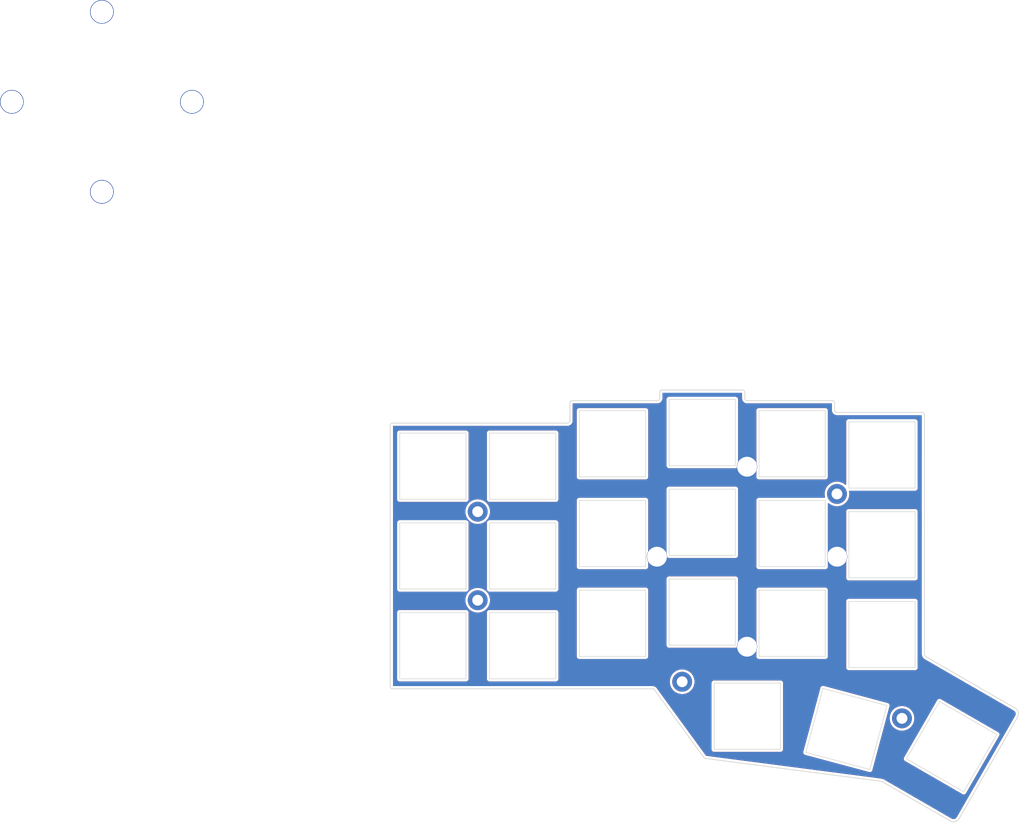
<source format=kicad_pcb>
(kicad_pcb (version 20171130) (host pcbnew "(5.1.12)-1")

  (general
    (thickness 1.6)
    (drawings 35)
    (tracks 0)
    (zones 0)
    (modules 31)
    (nets 1)
  )

  (page A4)
  (title_block
    (title "Corne Top Plate")
    (date 2018-12-09)
    (rev 2.1)
    (company foostan)
  )

  (layers
    (0 F.Cu signal)
    (31 B.Cu signal)
    (32 B.Adhes user)
    (33 F.Adhes user)
    (34 B.Paste user)
    (35 F.Paste user)
    (36 B.SilkS user)
    (37 F.SilkS user)
    (38 B.Mask user)
    (39 F.Mask user)
    (40 Dwgs.User user)
    (41 Cmts.User user)
    (42 Eco1.User user)
    (43 Eco2.User user)
    (44 Edge.Cuts user)
    (45 Margin user)
    (46 B.CrtYd user)
    (47 F.CrtYd user)
    (48 B.Fab user)
    (49 F.Fab user)
  )

  (setup
    (last_trace_width 0.25)
    (user_trace_width 0.2)
    (user_trace_width 0.5)
    (trace_clearance 0.2)
    (zone_clearance 0.508)
    (zone_45_only no)
    (trace_min 0.2)
    (via_size 0.6)
    (via_drill 0.4)
    (via_min_size 0.4)
    (via_min_drill 0.3)
    (uvia_size 0.3)
    (uvia_drill 0.1)
    (uvias_allowed no)
    (uvia_min_size 0.2)
    (uvia_min_drill 0.1)
    (edge_width 0.15)
    (segment_width 0.1)
    (pcb_text_width 0.3)
    (pcb_text_size 1.5 1.5)
    (mod_edge_width 0.15)
    (mod_text_size 1 1)
    (mod_text_width 0.15)
    (pad_size 4 4)
    (pad_drill 2.2)
    (pad_to_mask_clearance 0)
    (aux_axis_origin 174 65.7)
    (grid_origin 155.5 83)
    (visible_elements 7FFFFFFF)
    (pcbplotparams
      (layerselection 0x010f0_ffffffff)
      (usegerberextensions true)
      (usegerberattributes false)
      (usegerberadvancedattributes false)
      (creategerberjobfile false)
      (excludeedgelayer true)
      (linewidth 0.100000)
      (plotframeref false)
      (viasonmask false)
      (mode 1)
      (useauxorigin false)
      (hpglpennumber 1)
      (hpglpenspeed 20)
      (hpglpendiameter 15.000000)
      (psnegative false)
      (psa4output false)
      (plotreference true)
      (plotvalue true)
      (plotinvisibletext false)
      (padsonsilk false)
      (subtractmaskfromsilk false)
      (outputformat 1)
      (mirror false)
      (drillshape 0)
      (scaleselection 1)
      (outputdirectory "../../../../../../../Desktop/2020-08-15/jlcpcb/corne-top/"))
  )

  (net 0 "")

  (net_class Default "これは標準のネット クラスです。"
    (clearance 0.2)
    (trace_width 0.25)
    (via_dia 0.6)
    (via_drill 0.4)
    (uvia_dia 0.3)
    (uvia_drill 0.1)
  )

  (module pcb:Tenting_Puck_top_plate (layer F.Cu) (tedit 629D12D0) (tstamp 629D6923)
    (at 136.4754 96.2842)
    (fp_text reference REF** (at 7.6835 1.4605) (layer F.Fab)
      (effects (font (size 1 1) (thickness 0.15)))
    )
    (fp_text value "Tenting Puck" (at 8.0645 -2.8575) (layer F.Fab)
      (effects (font (size 1 1) (thickness 0.15)))
    )
    (fp_circle (center 0 0) (end 20.55 0) (layer B.CrtYd) (width 0.55))
    (pad 1 thru_hole circle (at 0 -19.05) (size 4.3 4.3) (drill 4.2) (layers *.Cu *.Mask))
    (pad 1 thru_hole circle (at 19.05 0) (size 4.3 4.3) (drill 4.2) (layers *.Cu *.Mask))
    (pad 1 thru_hole circle (at 0 19.05) (size 4.3 4.3) (drill 4.2) (layers *.Cu *.Mask))
    (pad 1 thru_hole circle (at -19.05 0) (size 4.3 4.3) (drill 4.2) (layers *.Cu *.Mask))
  )

  (module pcb:Tenting_Puck_top_plate (layer F.Cu) (tedit 629D0E23) (tstamp 629D67E9)
    (at 0 0)
    (fp_text reference REF** (at 7.6835 1.4605) (layer F.Fab)
      (effects (font (size 1 1) (thickness 0.15)))
    )
    (fp_text value "Tenting Puck" (at 8.0645 -2.8575) (layer F.Fab)
      (effects (font (size 1 1) (thickness 0.15)))
    )
    (fp_circle (center 0 0) (end 20.55 0) (layer B.CrtYd) (width 0.55))
    (pad 1 thru_hole circle (at -19.05 0) (size 4.7 4.7) (drill 4.7) (layers *.Cu *.Mask))
    (pad 1 thru_hole circle (at 0 19.05) (size 4.7 4.7) (drill 4.7) (layers *.Cu *.Mask))
    (pad 1 thru_hole circle (at 19.05 0) (size 4.7 4.7) (drill 4.7) (layers *.Cu *.Mask))
    (pad 1 thru_hole circle (at 0 -19.05) (size 4.7 4.7) (drill 4.7) (layers *.Cu *.Mask))
  )

  (module pcb:Tenting_Puck_top_plate (layer F.Cu) (tedit 629D0D8B) (tstamp 629D6720)
    (at 0 0)
    (fp_text reference REF** (at 7.6835 1.4605) (layer F.Fab)
      (effects (font (size 1 1) (thickness 0.15)))
    )
    (fp_text value "Tenting Puck" (at 8.0645 -2.8575) (layer F.Fab)
      (effects (font (size 1 1) (thickness 0.15)))
    )
    (fp_circle (center 0 0) (end 20.55 0) (layer B.CrtYd) (width 0.55))
    (pad 1 thru_hole circle (at -19.05 0) (size 5 5) (drill 4.7) (layers *.Cu *.Mask))
    (pad 1 thru_hole circle (at 0 19.05) (size 5 5) (drill 4.7) (layers *.Cu *.Mask))
    (pad 1 thru_hole circle (at 19.05 0) (size 5 5) (drill 4.7) (layers *.Cu *.Mask))
    (pad 1 thru_hole circle (at 0 -19.05) (size 5 5) (drill 4.7) (layers *.Cu *.Mask))
  )

  (module kbd:M2_Hole_TH (layer F.Cu) (tedit 5F7666C1) (tstamp 5AAA7D53)
    (at 169.25 130.5)
    (fp_text reference "" (at 0 -3.2) (layer F.SilkS)
      (effects (font (size 1 1) (thickness 0.15)))
    )
    (fp_text value "" (at 0 3.2) (layer F.Fab)
      (effects (font (size 1 1) (thickness 0.15)))
    )
    (fp_text user %R (at 0.3 0) (layer F.Fab)
      (effects (font (size 1 1) (thickness 0.15)))
    )
    (pad "" thru_hole circle (at 0 0) (size 4.2 4.2) (drill 2.3) (layers *.Cu *.Mask))
  )

  (module kbd:M2_Hole_TH (layer F.Cu) (tedit 5F7666C1) (tstamp 5AAA5A9F)
    (at 79.5 105.5)
    (fp_text reference "" (at 0 -3.2) (layer F.SilkS)
      (effects (font (size 1 1) (thickness 0.15)))
    )
    (fp_text value "" (at 0 3.2) (layer F.Fab)
      (effects (font (size 1 1) (thickness 0.15)))
    )
    (fp_text user %R (at 0.3 0) (layer F.Fab)
      (effects (font (size 1 1) (thickness 0.15)))
    )
    (pad "" thru_hole circle (at 0 0) (size 4.2 4.2) (drill 2.3) (layers *.Cu *.Mask))
  )

  (module kbd:M2_Hole_TH (layer F.Cu) (tedit 5F7666C1) (tstamp 5AAA7C39)
    (at 155.5 83)
    (fp_text reference "" (at 0 -3.2) (layer F.SilkS)
      (effects (font (size 1 1) (thickness 0.15)))
    )
    (fp_text value "" (at 0 3.2) (layer F.Fab)
      (effects (font (size 1 1) (thickness 0.15)))
    )
    (fp_text user %R (at 0.3 0) (layer F.Fab)
      (effects (font (size 1 1) (thickness 0.15)))
    )
    (pad "" thru_hole circle (at 0 0) (size 4.2 4.2) (drill 2.3) (layers *.Cu *.Mask))
  )

  (module kbd:M2_Hole_TH (layer F.Cu) (tedit 5F7666C1) (tstamp 5AAA5A7C)
    (at 79.5 86.75)
    (fp_text reference "" (at 0 -3.2) (layer F.SilkS)
      (effects (font (size 1 1) (thickness 0.15)))
    )
    (fp_text value "" (at 0 3.2) (layer F.Fab)
      (effects (font (size 1 1) (thickness 0.15)))
    )
    (fp_text user %R (at 0.3 0) (layer F.Fab)
      (effects (font (size 1 1) (thickness 0.15)))
    )
    (pad "" thru_hole circle (at 0 0) (size 4.2 4.2) (drill 2.3) (layers *.Cu *.Mask))
  )

  (module kbd:M2_Hole_TH (layer F.Cu) (tedit 5F7666C1) (tstamp 5AAA7C4A)
    (at 122.75 122.75)
    (fp_text reference "" (at 0 -3.2) (layer F.SilkS)
      (effects (font (size 1 1) (thickness 0.15)))
    )
    (fp_text value "" (at 0 3.2) (layer F.Fab)
      (effects (font (size 1 1) (thickness 0.15)))
    )
    (fp_text user %R (at 0.3 0) (layer F.Fab)
      (effects (font (size 1 1) (thickness 0.15)))
    )
    (pad "" thru_hole circle (at 0 0) (size 4.2 4.2) (drill 2.3) (layers *.Cu *.Mask))
  )

  (module kbd:corne-logo-horizontal-mask (layer B.Cu) (tedit 5F379277) (tstamp 5F37F48F)
    (at 108.085 121.975 180)
    (fp_text reference G*** (at 0 0) (layer B.SilkS) hide
      (effects (font (size 1.524 1.524) (thickness 0.3)) (justify mirror))
    )
    (fp_text value LOGO (at 0.75 0) (layer B.SilkS) hide
      (effects (font (size 1.524 1.524) (thickness 0.3)) (justify mirror))
    )
    (fp_poly (pts (xy -4.440451 1.224012) (xy -4.325752 1.197898) (xy -4.10465 1.107361) (xy -3.913207 0.980964)
      (xy -3.756278 0.823012) (xy -3.638718 0.637812) (xy -3.604063 0.557746) (xy -3.570036 0.464269)
      (xy -3.558417 0.405239) (xy -3.575702 0.372739) (xy -3.628388 0.358851) (xy -3.722971 0.355657)
      (xy -3.769931 0.3556) (xy -3.983861 0.355601) (xy -4.014767 0.449246) (xy -4.081357 0.575106)
      (xy -4.187862 0.686497) (xy -4.324037 0.776988) (xy -4.479636 0.840146) (xy -4.644415 0.869539)
      (xy -4.686301 0.870858) (xy -4.868631 0.84809) (xy -5.038935 0.783779) (xy -5.188484 0.683911)
      (xy -5.308547 0.554474) (xy -5.390395 0.401453) (xy -5.396593 0.383733) (xy -5.430144 0.225076)
      (xy -5.435927 0.049598) (xy -5.415241 -0.124327) (xy -5.369387 -0.278322) (xy -5.346325 -0.326531)
      (xy -5.240596 -0.477138) (xy -5.105721 -0.589303) (xy -4.958398 -0.660915) (xy -4.779711 -0.703926)
      (xy -4.600241 -0.703773) (xy -4.428428 -0.663785) (xy -4.27271 -0.587291) (xy -4.141526 -0.477622)
      (xy -4.043316 -0.338106) (xy -4.021733 -0.291389) (xy -3.9751 -0.17799) (xy -3.76555 -0.177895)
      (xy -3.662832 -0.178561) (xy -3.600716 -0.18262) (xy -3.569005 -0.192992) (xy -3.557503 -0.212594)
      (xy -3.556 -0.237887) (xy -3.571525 -0.312902) (xy -3.613076 -0.412781) (xy -3.673122 -0.524252)
      (xy -3.744131 -0.634041) (xy -3.818571 -0.728876) (xy -3.857462 -0.769119) (xy -4.037236 -0.904131)
      (xy -4.246093 -1.004811) (xy -4.47294 -1.067913) (xy -4.706682 -1.090194) (xy -4.9022 -1.074664)
      (xy -5.095413 -1.023943) (xy -5.283049 -0.940877) (xy -5.45274 -0.83286) (xy -5.592117 -0.707289)
      (xy -5.659011 -0.622165) (xy -5.74034 -0.487841) (xy -5.79623 -0.362887) (xy -5.830809 -0.232138)
      (xy -5.848207 -0.08043) (xy -5.852586 0.0889) (xy -5.851081 0.229806) (xy -5.845379 0.333812)
      (xy -5.833702 0.414764) (xy -5.81427 0.486506) (xy -5.794649 0.539803) (xy -5.689003 0.739457)
      (xy -5.542738 0.915974) (xy -5.363624 1.061684) (xy -5.159431 1.168915) (xy -5.1562 1.170198)
      (xy -5.000217 1.214086) (xy -4.816245 1.238108) (xy -4.623313 1.241628) (xy -4.440451 1.224012)) (layer B.Mask) (width 0.01))
    (fp_poly (pts (xy -2.057514 1.23816) (xy -1.80406 1.202889) (xy -1.575975 1.126193) (xy -1.376325 1.010135)
      (xy -1.208175 0.856778) (xy -1.074592 0.668184) (xy -1.010044 0.5334) (xy -0.978482 0.419295)
      (xy -0.958215 0.271629) (xy -0.94947 0.10642) (xy -0.952475 -0.060313) (xy -0.967457 -0.212551)
      (xy -0.994644 -0.334275) (xy -0.997595 -0.3429) (xy -1.093981 -0.540172) (xy -1.233225 -0.716574)
      (xy -1.409821 -0.866769) (xy -1.618259 -0.985421) (xy -1.69316 -1.01677) (xy -1.825179 -1.053019)
      (xy -1.988165 -1.076467) (xy -2.163719 -1.086287) (xy -2.33344 -1.08165) (xy -2.478926 -1.061729)
      (xy -2.511747 -1.053599) (xy -2.725647 -0.971401) (xy -2.920379 -0.853093) (xy -3.087345 -0.705635)
      (xy -3.217944 -0.535986) (xy -3.268818 -0.440895) (xy -3.307163 -0.338102) (xy -3.341349 -0.213876)
      (xy -3.361401 -0.110628) (xy -3.368752 0.030776) (xy -2.944426 0.030776) (xy -2.930091 -0.116866)
      (xy -2.909959 -0.198207) (xy -2.856706 -0.310941) (xy -2.776305 -0.426333) (xy -2.682322 -0.527702)
      (xy -2.588326 -0.598365) (xy -2.581542 -0.60202) (xy -2.384802 -0.678118) (xy -2.179811 -0.708463)
      (xy -1.976396 -0.692243) (xy -1.863836 -0.661468) (xy -1.686556 -0.574347) (xy -1.54209 -0.450677)
      (xy -1.434913 -0.294341) (xy -1.43048 -0.285466) (xy -1.37749 -0.129401) (xy -1.355507 0.047702)
      (xy -1.364861 0.226983) (xy -1.405879 0.389579) (xy -1.418211 0.4191) (xy -1.515542 0.578094)
      (xy -1.643239 0.702908) (xy -1.793936 0.793377) (xy -1.960264 0.849334) (xy -2.134858 0.870614)
      (xy -2.310351 0.857051) (xy -2.479376 0.808478) (xy -2.634566 0.72473) (xy -2.768555 0.60564)
      (xy -2.873535 0.451899) (xy -2.915081 0.334193) (xy -2.939067 0.187474) (xy -2.944426 0.030776)
      (xy -3.368752 0.030776) (xy -3.374262 0.136764) (xy -3.34185 0.371307) (xy -3.26665 0.587948)
      (xy -3.151143 0.781635) (xy -2.997813 0.947313) (xy -2.80914 1.079931) (xy -2.765081 1.103197)
      (xy -2.590795 1.177947) (xy -2.41947 1.222719) (xy -2.233595 1.240853) (xy -2.057514 1.23816)) (layer B.Mask) (width 0.01))
    (fp_poly (pts (xy 4.73403 1.221594) (xy 4.956394 1.155295) (xy 5.154633 1.049787) (xy 5.324579 0.909153)
      (xy 5.462059 0.737476) (xy 5.562904 0.538838) (xy 5.622943 0.317322) (xy 5.6388 0.121664)
      (xy 5.6388 -0.0254) (xy 3.7338 -0.0254) (xy 3.7338 -0.098498) (xy 3.756717 -0.221649)
      (xy 3.820155 -0.349172) (xy 3.916143 -0.470298) (xy 4.036711 -0.574256) (xy 4.125888 -0.628239)
      (xy 4.261742 -0.679647) (xy 4.422404 -0.704683) (xy 4.435372 -0.705596) (xy 4.617629 -0.703127)
      (xy 4.771303 -0.666329) (xy 4.908995 -0.590614) (xy 5.023693 -0.491419) (xy 5.159513 -0.3556)
      (xy 5.362768 -0.3556) (xy 5.463311 -0.356246) (xy 5.522533 -0.360122) (xy 5.54991 -0.370133)
      (xy 5.554919 -0.389182) (xy 5.54923 -0.41275) (xy 5.510917 -0.498398) (xy 5.445999 -0.601086)
      (xy 5.366274 -0.704606) (xy 5.283544 -0.792746) (xy 5.253357 -0.819173) (xy 5.05449 -0.948773)
      (xy 4.831802 -1.038237) (xy 4.595096 -1.085509) (xy 4.354173 -1.088535) (xy 4.142857 -1.052004)
      (xy 3.921745 -0.967879) (xy 3.726925 -0.844023) (xy 3.563325 -0.685554) (xy 3.435874 -0.49759)
      (xy 3.349501 -0.285249) (xy 3.330344 -0.208299) (xy 3.299808 0.041758) (xy 3.313541 0.281339)
      (xy 3.325722 0.3302) (xy 3.735057 0.3302) (xy 4.458328 0.3302) (xy 4.670914 0.330472)
      (xy 4.837999 0.331479) (xy 4.964879 0.333506) (xy 5.056851 0.336842) (xy 5.119212 0.341771)
      (xy 5.157259 0.34858) (xy 5.176288 0.357556) (xy 5.181597 0.368986) (xy 5.1816 0.369312)
      (xy 5.161223 0.451242) (xy 5.106525 0.546827) (xy 5.027152 0.644278) (xy 4.932748 0.731805)
      (xy 4.832961 0.797617) (xy 4.829903 0.799174) (xy 4.690847 0.846723) (xy 4.526733 0.867986)
      (xy 4.355928 0.86304) (xy 4.196798 0.831961) (xy 4.10506 0.796156) (xy 3.958526 0.694514)
      (xy 3.839649 0.553203) (xy 3.759265 0.393873) (xy 3.735057 0.3302) (xy 3.325722 0.3302)
      (xy 3.369367 0.505265) (xy 3.465106 0.708357) (xy 3.598579 0.885437) (xy 3.767608 1.031328)
      (xy 3.880499 1.099311) (xy 4.075103 1.183254) (xy 4.272426 1.230099) (xy 4.491713 1.2446)
      (xy 4.73403 1.221594)) (layer B.Mask) (width 0.01))
    (fp_poly (pts (xy 0.539737 1.254564) (xy 0.6858 1.238039) (xy 0.6858 0.867271) (xy 0.55245 0.880932)
      (xy 0.368351 0.875861) (xy 0.198952 0.824078) (xy 0.050381 0.728944) (xy -0.071234 0.593821)
      (xy -0.120111 0.512131) (xy -0.2032 0.351162) (xy -0.2032 -1.0414) (xy -0.635 -1.0414)
      (xy -0.635 1.221255) (xy -0.42545 1.213878) (xy -0.2159 1.2065) (xy -0.1905 0.984642)
      (xy -0.139731 1.041054) (xy -0.021554 1.137643) (xy 0.130298 1.208733) (xy 0.303542 1.250464)
      (xy 0.48589 1.258975) (xy 0.539737 1.254564)) (layer B.Mask) (width 0.01))
    (fp_poly (pts (xy 2.201991 1.231209) (xy 2.296075 1.227549) (xy 2.36649 1.218545) (xy 2.426801 1.201819)
      (xy 2.49057 1.174995) (xy 2.544751 1.148829) (xy 2.715798 1.040487) (xy 2.849048 0.901327)
      (xy 2.946379 0.728622) (xy 3.009668 0.519646) (xy 3.021075 0.4572) (xy 3.028364 0.38623)
      (xy 3.034903 0.273475) (xy 3.040403 0.127951) (xy 3.044574 -0.04133) (xy 3.047127 -0.225353)
      (xy 3.047808 -0.37465) (xy 3.048 -1.0414) (xy 2.6162 -1.0414) (xy 2.6162 -0.32211)
      (xy 2.615593 -0.093457) (xy 2.6136 0.090242) (xy 2.609963 0.234823) (xy 2.604422 0.346118)
      (xy 2.596719 0.429963) (xy 2.586595 0.492191) (xy 2.578697 0.523466) (xy 2.513937 0.661693)
      (xy 2.41303 0.764894) (xy 2.277603 0.832016) (xy 2.10928 0.862001) (xy 2.054812 0.8636)
      (xy 1.892341 0.853183) (xy 1.762362 0.818306) (xy 1.650264 0.753528) (xy 1.57036 0.683274)
      (xy 1.516173 0.626269) (xy 1.472791 0.570499) (xy 1.439023 0.509635) (xy 1.413679 0.437348)
      (xy 1.395567 0.347311) (xy 1.383496 0.233195) (xy 1.376277 0.088673) (xy 1.372717 -0.092585)
      (xy 1.371626 -0.316907) (xy 1.3716 -0.37291) (xy 1.3716 -1.0414) (xy 0.9398 -1.0414)
      (xy 0.9398 1.2192) (xy 1.3716 1.2192) (xy 1.3716 0.961293) (xy 1.453864 1.043558)
      (xy 1.540252 1.119164) (xy 1.630955 1.172431) (xy 1.736978 1.206718) (xy 1.869324 1.225384)
      (xy 2.038995 1.231789) (xy 2.070674 1.2319) (xy 2.201991 1.231209)) (layer B.Mask) (width 0.01))
  )

  (module kbd:corne-logo-horizontal-mask (layer F.Cu) (tedit 5F379277) (tstamp 5F37F485)
    (at 108.335 121.925)
    (fp_text reference G*** (at 0 0) (layer F.SilkS) hide
      (effects (font (size 1.524 1.524) (thickness 0.3)))
    )
    (fp_text value LOGO (at 0.75 0) (layer F.SilkS) hide
      (effects (font (size 1.524 1.524) (thickness 0.3)))
    )
    (fp_poly (pts (xy 2.201991 -1.231209) (xy 2.296075 -1.227549) (xy 2.36649 -1.218545) (xy 2.426801 -1.201819)
      (xy 2.49057 -1.174995) (xy 2.544751 -1.148829) (xy 2.715798 -1.040487) (xy 2.849048 -0.901327)
      (xy 2.946379 -0.728622) (xy 3.009668 -0.519646) (xy 3.021075 -0.4572) (xy 3.028364 -0.38623)
      (xy 3.034903 -0.273475) (xy 3.040403 -0.127951) (xy 3.044574 0.04133) (xy 3.047127 0.225353)
      (xy 3.047808 0.37465) (xy 3.048 1.0414) (xy 2.6162 1.0414) (xy 2.6162 0.32211)
      (xy 2.615593 0.093457) (xy 2.6136 -0.090242) (xy 2.609963 -0.234823) (xy 2.604422 -0.346118)
      (xy 2.596719 -0.429963) (xy 2.586595 -0.492191) (xy 2.578697 -0.523466) (xy 2.513937 -0.661693)
      (xy 2.41303 -0.764894) (xy 2.277603 -0.832016) (xy 2.10928 -0.862001) (xy 2.054812 -0.8636)
      (xy 1.892341 -0.853183) (xy 1.762362 -0.818306) (xy 1.650264 -0.753528) (xy 1.57036 -0.683274)
      (xy 1.516173 -0.626269) (xy 1.472791 -0.570499) (xy 1.439023 -0.509635) (xy 1.413679 -0.437348)
      (xy 1.395567 -0.347311) (xy 1.383496 -0.233195) (xy 1.376277 -0.088673) (xy 1.372717 0.092585)
      (xy 1.371626 0.316907) (xy 1.3716 0.37291) (xy 1.3716 1.0414) (xy 0.9398 1.0414)
      (xy 0.9398 -1.2192) (xy 1.3716 -1.2192) (xy 1.3716 -0.961293) (xy 1.453864 -1.043558)
      (xy 1.540252 -1.119164) (xy 1.630955 -1.172431) (xy 1.736978 -1.206718) (xy 1.869324 -1.225384)
      (xy 2.038995 -1.231789) (xy 2.070674 -1.2319) (xy 2.201991 -1.231209)) (layer F.Mask) (width 0.01))
    (fp_poly (pts (xy 0.539737 -1.254564) (xy 0.6858 -1.238039) (xy 0.6858 -0.867271) (xy 0.55245 -0.880932)
      (xy 0.368351 -0.875861) (xy 0.198952 -0.824078) (xy 0.050381 -0.728944) (xy -0.071234 -0.593821)
      (xy -0.120111 -0.512131) (xy -0.2032 -0.351162) (xy -0.2032 1.0414) (xy -0.635 1.0414)
      (xy -0.635 -1.221255) (xy -0.42545 -1.213878) (xy -0.2159 -1.2065) (xy -0.1905 -0.984642)
      (xy -0.139731 -1.041054) (xy -0.021554 -1.137643) (xy 0.130298 -1.208733) (xy 0.303542 -1.250464)
      (xy 0.48589 -1.258975) (xy 0.539737 -1.254564)) (layer F.Mask) (width 0.01))
    (fp_poly (pts (xy 4.73403 -1.221594) (xy 4.956394 -1.155295) (xy 5.154633 -1.049787) (xy 5.324579 -0.909153)
      (xy 5.462059 -0.737476) (xy 5.562904 -0.538838) (xy 5.622943 -0.317322) (xy 5.6388 -0.121664)
      (xy 5.6388 0.0254) (xy 3.7338 0.0254) (xy 3.7338 0.098498) (xy 3.756717 0.221649)
      (xy 3.820155 0.349172) (xy 3.916143 0.470298) (xy 4.036711 0.574256) (xy 4.125888 0.628239)
      (xy 4.261742 0.679647) (xy 4.422404 0.704683) (xy 4.435372 0.705596) (xy 4.617629 0.703127)
      (xy 4.771303 0.666329) (xy 4.908995 0.590614) (xy 5.023693 0.491419) (xy 5.159513 0.3556)
      (xy 5.362768 0.3556) (xy 5.463311 0.356246) (xy 5.522533 0.360122) (xy 5.54991 0.370133)
      (xy 5.554919 0.389182) (xy 5.54923 0.41275) (xy 5.510917 0.498398) (xy 5.445999 0.601086)
      (xy 5.366274 0.704606) (xy 5.283544 0.792746) (xy 5.253357 0.819173) (xy 5.05449 0.948773)
      (xy 4.831802 1.038237) (xy 4.595096 1.085509) (xy 4.354173 1.088535) (xy 4.142857 1.052004)
      (xy 3.921745 0.967879) (xy 3.726925 0.844023) (xy 3.563325 0.685554) (xy 3.435874 0.49759)
      (xy 3.349501 0.285249) (xy 3.330344 0.208299) (xy 3.299808 -0.041758) (xy 3.313541 -0.281339)
      (xy 3.325722 -0.3302) (xy 3.735057 -0.3302) (xy 4.458328 -0.3302) (xy 4.670914 -0.330472)
      (xy 4.837999 -0.331479) (xy 4.964879 -0.333506) (xy 5.056851 -0.336842) (xy 5.119212 -0.341771)
      (xy 5.157259 -0.34858) (xy 5.176288 -0.357556) (xy 5.181597 -0.368986) (xy 5.1816 -0.369312)
      (xy 5.161223 -0.451242) (xy 5.106525 -0.546827) (xy 5.027152 -0.644278) (xy 4.932748 -0.731805)
      (xy 4.832961 -0.797617) (xy 4.829903 -0.799174) (xy 4.690847 -0.846723) (xy 4.526733 -0.867986)
      (xy 4.355928 -0.86304) (xy 4.196798 -0.831961) (xy 4.10506 -0.796156) (xy 3.958526 -0.694514)
      (xy 3.839649 -0.553203) (xy 3.759265 -0.393873) (xy 3.735057 -0.3302) (xy 3.325722 -0.3302)
      (xy 3.369367 -0.505265) (xy 3.465106 -0.708357) (xy 3.598579 -0.885437) (xy 3.767608 -1.031328)
      (xy 3.880499 -1.099311) (xy 4.075103 -1.183254) (xy 4.272426 -1.230099) (xy 4.491713 -1.2446)
      (xy 4.73403 -1.221594)) (layer F.Mask) (width 0.01))
    (fp_poly (pts (xy -2.057514 -1.23816) (xy -1.80406 -1.202889) (xy -1.575975 -1.126193) (xy -1.376325 -1.010135)
      (xy -1.208175 -0.856778) (xy -1.074592 -0.668184) (xy -1.010044 -0.5334) (xy -0.978482 -0.419295)
      (xy -0.958215 -0.271629) (xy -0.94947 -0.10642) (xy -0.952475 0.060313) (xy -0.967457 0.212551)
      (xy -0.994644 0.334275) (xy -0.997595 0.3429) (xy -1.093981 0.540172) (xy -1.233225 0.716574)
      (xy -1.409821 0.866769) (xy -1.618259 0.985421) (xy -1.69316 1.01677) (xy -1.825179 1.053019)
      (xy -1.988165 1.076467) (xy -2.163719 1.086287) (xy -2.33344 1.08165) (xy -2.478926 1.061729)
      (xy -2.511747 1.053599) (xy -2.725647 0.971401) (xy -2.920379 0.853093) (xy -3.087345 0.705635)
      (xy -3.217944 0.535986) (xy -3.268818 0.440895) (xy -3.307163 0.338102) (xy -3.341349 0.213876)
      (xy -3.361401 0.110628) (xy -3.368752 -0.030776) (xy -2.944426 -0.030776) (xy -2.930091 0.116866)
      (xy -2.909959 0.198207) (xy -2.856706 0.310941) (xy -2.776305 0.426333) (xy -2.682322 0.527702)
      (xy -2.588326 0.598365) (xy -2.581542 0.60202) (xy -2.384802 0.678118) (xy -2.179811 0.708463)
      (xy -1.976396 0.692243) (xy -1.863836 0.661468) (xy -1.686556 0.574347) (xy -1.54209 0.450677)
      (xy -1.434913 0.294341) (xy -1.43048 0.285466) (xy -1.37749 0.129401) (xy -1.355507 -0.047702)
      (xy -1.364861 -0.226983) (xy -1.405879 -0.389579) (xy -1.418211 -0.4191) (xy -1.515542 -0.578094)
      (xy -1.643239 -0.702908) (xy -1.793936 -0.793377) (xy -1.960264 -0.849334) (xy -2.134858 -0.870614)
      (xy -2.310351 -0.857051) (xy -2.479376 -0.808478) (xy -2.634566 -0.72473) (xy -2.768555 -0.60564)
      (xy -2.873535 -0.451899) (xy -2.915081 -0.334193) (xy -2.939067 -0.187474) (xy -2.944426 -0.030776)
      (xy -3.368752 -0.030776) (xy -3.374262 -0.136764) (xy -3.34185 -0.371307) (xy -3.26665 -0.587948)
      (xy -3.151143 -0.781635) (xy -2.997813 -0.947313) (xy -2.80914 -1.079931) (xy -2.765081 -1.103197)
      (xy -2.590795 -1.177947) (xy -2.41947 -1.222719) (xy -2.233595 -1.240853) (xy -2.057514 -1.23816)) (layer F.Mask) (width 0.01))
    (fp_poly (pts (xy -4.440451 -1.224012) (xy -4.325752 -1.197898) (xy -4.10465 -1.107361) (xy -3.913207 -0.980964)
      (xy -3.756278 -0.823012) (xy -3.638718 -0.637812) (xy -3.604063 -0.557746) (xy -3.570036 -0.464269)
      (xy -3.558417 -0.405239) (xy -3.575702 -0.372739) (xy -3.628388 -0.358851) (xy -3.722971 -0.355657)
      (xy -3.769931 -0.3556) (xy -3.983861 -0.355601) (xy -4.014767 -0.449246) (xy -4.081357 -0.575106)
      (xy -4.187862 -0.686497) (xy -4.324037 -0.776988) (xy -4.479636 -0.840146) (xy -4.644415 -0.869539)
      (xy -4.686301 -0.870858) (xy -4.868631 -0.84809) (xy -5.038935 -0.783779) (xy -5.188484 -0.683911)
      (xy -5.308547 -0.554474) (xy -5.390395 -0.401453) (xy -5.396593 -0.383733) (xy -5.430144 -0.225076)
      (xy -5.435927 -0.049598) (xy -5.415241 0.124327) (xy -5.369387 0.278322) (xy -5.346325 0.326531)
      (xy -5.240596 0.477138) (xy -5.105721 0.589303) (xy -4.958398 0.660915) (xy -4.779711 0.703926)
      (xy -4.600241 0.703773) (xy -4.428428 0.663785) (xy -4.27271 0.587291) (xy -4.141526 0.477622)
      (xy -4.043316 0.338106) (xy -4.021733 0.291389) (xy -3.9751 0.17799) (xy -3.76555 0.177895)
      (xy -3.662832 0.178561) (xy -3.600716 0.18262) (xy -3.569005 0.192992) (xy -3.557503 0.212594)
      (xy -3.556 0.237887) (xy -3.571525 0.312902) (xy -3.613076 0.412781) (xy -3.673122 0.524252)
      (xy -3.744131 0.634041) (xy -3.818571 0.728876) (xy -3.857462 0.769119) (xy -4.037236 0.904131)
      (xy -4.246093 1.004811) (xy -4.47294 1.067913) (xy -4.706682 1.090194) (xy -4.9022 1.074664)
      (xy -5.095413 1.023943) (xy -5.283049 0.940877) (xy -5.45274 0.83286) (xy -5.592117 0.707289)
      (xy -5.659011 0.622165) (xy -5.74034 0.487841) (xy -5.79623 0.362887) (xy -5.830809 0.232138)
      (xy -5.848207 0.08043) (xy -5.852586 -0.0889) (xy -5.851081 -0.229806) (xy -5.845379 -0.333812)
      (xy -5.833702 -0.414764) (xy -5.81427 -0.486506) (xy -5.794649 -0.539803) (xy -5.689003 -0.739457)
      (xy -5.542738 -0.915974) (xy -5.363624 -1.061684) (xy -5.159431 -1.168915) (xy -5.1562 -1.170198)
      (xy -5.000217 -1.214086) (xy -4.816245 -1.238108) (xy -4.623313 -1.241628) (xy -4.440451 -1.224012)) (layer F.Mask) (width 0.01))
  )

  (module kbd:SW_Hole (layer F.Cu) (tedit 5F1B7F65) (tstamp 5DC20BEA)
    (at 179.75 136.485 330)
    (fp_text reference SW2 (at 7 8.1 150) (layer F.SilkS) hide
      (effects (font (size 1 1) (thickness 0.15)))
    )
    (fp_text value KEY_SWITCH (at -7.4 -8.1 150) (layer F.Fab) hide
      (effects (font (size 1 1) (thickness 0.15)))
    )
    (fp_line (start 7 -7) (end -7 -7) (layer Edge.Cuts) (width 0.12))
    (fp_line (start 7 7) (end 7 -7) (layer Edge.Cuts) (width 0.12))
    (fp_line (start -7 7) (end 7 7) (layer Edge.Cuts) (width 0.12))
    (fp_line (start -7 -7) (end -7 7) (layer Edge.Cuts) (width 0.12))
    (fp_line (start 9.525 -9.525) (end -9.525 -9.525) (layer F.Fab) (width 0.15))
    (fp_line (start -9.525 -9.525) (end -9.525 9.525) (layer F.Fab) (width 0.15))
    (fp_line (start -9.525 9.525) (end 9.525 9.525) (layer F.Fab) (width 0.15))
    (fp_line (start 9.525 9.525) (end 9.525 -9.525) (layer F.Fab) (width 0.15))
  )

  (module kbd:SW_Hole (layer F.Cu) (tedit 5F1B7F65) (tstamp 5DC20BC9)
    (at 157.492 132.744 345)
    (fp_text reference SW2 (at 7.000001 8.1 165) (layer F.SilkS) hide
      (effects (font (size 1 1) (thickness 0.15)))
    )
    (fp_text value KEY_SWITCH (at -7.4 -8.1 165) (layer F.Fab) hide
      (effects (font (size 1 1) (thickness 0.15)))
    )
    (fp_line (start 7 -7) (end -7 -7) (layer Edge.Cuts) (width 0.12))
    (fp_line (start 7 7) (end 7 -7) (layer Edge.Cuts) (width 0.12))
    (fp_line (start -7 7) (end 7 7) (layer Edge.Cuts) (width 0.12))
    (fp_line (start -7 -7) (end -7 7) (layer Edge.Cuts) (width 0.12))
    (fp_line (start 9.525 -9.525) (end -9.525 -9.525) (layer F.Fab) (width 0.15))
    (fp_line (start -9.525 -9.525) (end -9.525 9.525) (layer F.Fab) (width 0.15))
    (fp_line (start -9.525 9.525) (end 9.525 9.525) (layer F.Fab) (width 0.15))
    (fp_line (start 9.525 9.525) (end 9.525 -9.525) (layer F.Fab) (width 0.15))
  )

  (module kbd:SW_Hole (layer F.Cu) (tedit 5F1B7F65) (tstamp 5DC20B59)
    (at 136.53 130.035)
    (fp_text reference SW2 (at 7 8.1) (layer F.SilkS) hide
      (effects (font (size 1 1) (thickness 0.15)))
    )
    (fp_text value KEY_SWITCH (at -7.4 -8.1) (layer F.Fab) hide
      (effects (font (size 1 1) (thickness 0.15)))
    )
    (fp_line (start 7 -7) (end -7 -7) (layer Edge.Cuts) (width 0.12))
    (fp_line (start 7 7) (end 7 -7) (layer Edge.Cuts) (width 0.12))
    (fp_line (start -7 7) (end 7 7) (layer Edge.Cuts) (width 0.12))
    (fp_line (start -7 -7) (end -7 7) (layer Edge.Cuts) (width 0.12))
    (fp_line (start 9.525 -9.525) (end -9.525 -9.525) (layer F.Fab) (width 0.15))
    (fp_line (start -9.525 -9.525) (end -9.525 9.525) (layer F.Fab) (width 0.15))
    (fp_line (start -9.525 9.525) (end 9.525 9.525) (layer F.Fab) (width 0.15))
    (fp_line (start 9.525 9.525) (end 9.525 -9.525) (layer F.Fab) (width 0.15))
  )

  (module kbd:SW_Hole (layer F.Cu) (tedit 5F1B7F65) (tstamp 5DC20AAA)
    (at 165.01 112.75)
    (fp_text reference SW2 (at 7 8.1) (layer F.SilkS) hide
      (effects (font (size 1 1) (thickness 0.15)))
    )
    (fp_text value KEY_SWITCH (at -7.4 -8.1) (layer F.Fab) hide
      (effects (font (size 1 1) (thickness 0.15)))
    )
    (fp_line (start 7 -7) (end -7 -7) (layer Edge.Cuts) (width 0.12))
    (fp_line (start 7 7) (end 7 -7) (layer Edge.Cuts) (width 0.12))
    (fp_line (start -7 7) (end 7 7) (layer Edge.Cuts) (width 0.12))
    (fp_line (start -7 -7) (end -7 7) (layer Edge.Cuts) (width 0.12))
    (fp_line (start 9.525 -9.525) (end -9.525 -9.525) (layer F.Fab) (width 0.15))
    (fp_line (start -9.525 -9.525) (end -9.525 9.525) (layer F.Fab) (width 0.15))
    (fp_line (start -9.525 9.525) (end 9.525 9.525) (layer F.Fab) (width 0.15))
    (fp_line (start 9.525 9.525) (end 9.525 -9.525) (layer F.Fab) (width 0.15))
  )

  (module kbd:SW_Hole (layer F.Cu) (tedit 5F1B7F65) (tstamp 5DC20A9F)
    (at 165.01 74.75)
    (fp_text reference SW2 (at 7 8.1) (layer F.SilkS) hide
      (effects (font (size 1 1) (thickness 0.15)))
    )
    (fp_text value KEY_SWITCH (at -7.4 -8.1) (layer F.Fab) hide
      (effects (font (size 1 1) (thickness 0.15)))
    )
    (fp_line (start 7 -7) (end -7 -7) (layer Edge.Cuts) (width 0.12))
    (fp_line (start 7 7) (end 7 -7) (layer Edge.Cuts) (width 0.12))
    (fp_line (start -7 7) (end 7 7) (layer Edge.Cuts) (width 0.12))
    (fp_line (start -7 -7) (end -7 7) (layer Edge.Cuts) (width 0.12))
    (fp_line (start 9.525 -9.525) (end -9.525 -9.525) (layer F.Fab) (width 0.15))
    (fp_line (start -9.525 -9.525) (end -9.525 9.525) (layer F.Fab) (width 0.15))
    (fp_line (start -9.525 9.525) (end 9.525 9.525) (layer F.Fab) (width 0.15))
    (fp_line (start 9.525 9.525) (end 9.525 -9.525) (layer F.Fab) (width 0.15))
  )

  (module kbd:SW_Hole (layer F.Cu) (tedit 5F1B7F65) (tstamp 5DC20A94)
    (at 165.01 93.75)
    (fp_text reference SW2 (at 7 8.1) (layer F.SilkS) hide
      (effects (font (size 1 1) (thickness 0.15)))
    )
    (fp_text value KEY_SWITCH (at -7.4 -8.1) (layer F.Fab) hide
      (effects (font (size 1 1) (thickness 0.15)))
    )
    (fp_line (start 7 -7) (end -7 -7) (layer Edge.Cuts) (width 0.12))
    (fp_line (start 7 7) (end 7 -7) (layer Edge.Cuts) (width 0.12))
    (fp_line (start -7 7) (end 7 7) (layer Edge.Cuts) (width 0.12))
    (fp_line (start -7 -7) (end -7 7) (layer Edge.Cuts) (width 0.12))
    (fp_line (start 9.525 -9.525) (end -9.525 -9.525) (layer F.Fab) (width 0.15))
    (fp_line (start -9.525 -9.525) (end -9.525 9.525) (layer F.Fab) (width 0.15))
    (fp_line (start -9.525 9.525) (end 9.525 9.525) (layer F.Fab) (width 0.15))
    (fp_line (start 9.525 9.525) (end 9.525 -9.525) (layer F.Fab) (width 0.15))
  )

  (module kbd:SW_Hole (layer F.Cu) (tedit 5F1B7F65) (tstamp 5DC20A68)
    (at 146.01 91.375)
    (fp_text reference SW2 (at 7 8.1) (layer F.SilkS) hide
      (effects (font (size 1 1) (thickness 0.15)))
    )
    (fp_text value KEY_SWITCH (at -7.4 -8.1) (layer F.Fab) hide
      (effects (font (size 1 1) (thickness 0.15)))
    )
    (fp_line (start 7 -7) (end -7 -7) (layer Edge.Cuts) (width 0.12))
    (fp_line (start 7 7) (end 7 -7) (layer Edge.Cuts) (width 0.12))
    (fp_line (start -7 7) (end 7 7) (layer Edge.Cuts) (width 0.12))
    (fp_line (start -7 -7) (end -7 7) (layer Edge.Cuts) (width 0.12))
    (fp_line (start 9.525 -9.525) (end -9.525 -9.525) (layer F.Fab) (width 0.15))
    (fp_line (start -9.525 -9.525) (end -9.525 9.525) (layer F.Fab) (width 0.15))
    (fp_line (start -9.525 9.525) (end 9.525 9.525) (layer F.Fab) (width 0.15))
    (fp_line (start 9.525 9.525) (end 9.525 -9.525) (layer F.Fab) (width 0.15))
  )

  (module kbd:SW_Hole (layer F.Cu) (tedit 5F1B7F65) (tstamp 5DC20A5D)
    (at 146.01 72.375)
    (fp_text reference SW2 (at 7 8.1) (layer F.SilkS) hide
      (effects (font (size 1 1) (thickness 0.15)))
    )
    (fp_text value KEY_SWITCH (at -7.4 -8.1) (layer F.Fab) hide
      (effects (font (size 1 1) (thickness 0.15)))
    )
    (fp_line (start 7 -7) (end -7 -7) (layer Edge.Cuts) (width 0.12))
    (fp_line (start 7 7) (end 7 -7) (layer Edge.Cuts) (width 0.12))
    (fp_line (start -7 7) (end 7 7) (layer Edge.Cuts) (width 0.12))
    (fp_line (start -7 -7) (end -7 7) (layer Edge.Cuts) (width 0.12))
    (fp_line (start 9.525 -9.525) (end -9.525 -9.525) (layer F.Fab) (width 0.15))
    (fp_line (start -9.525 -9.525) (end -9.525 9.525) (layer F.Fab) (width 0.15))
    (fp_line (start -9.525 9.525) (end 9.525 9.525) (layer F.Fab) (width 0.15))
    (fp_line (start 9.525 9.525) (end 9.525 -9.525) (layer F.Fab) (width 0.15))
  )

  (module kbd:SW_Hole (layer F.Cu) (tedit 5F1B7F65) (tstamp 5DC20A52)
    (at 146.01 110.375)
    (fp_text reference SW2 (at 7 8.1) (layer F.SilkS) hide
      (effects (font (size 1 1) (thickness 0.15)))
    )
    (fp_text value KEY_SWITCH (at -7.4 -8.1) (layer F.Fab) hide
      (effects (font (size 1 1) (thickness 0.15)))
    )
    (fp_line (start 7 -7) (end -7 -7) (layer Edge.Cuts) (width 0.12))
    (fp_line (start 7 7) (end 7 -7) (layer Edge.Cuts) (width 0.12))
    (fp_line (start -7 7) (end 7 7) (layer Edge.Cuts) (width 0.12))
    (fp_line (start -7 -7) (end -7 7) (layer Edge.Cuts) (width 0.12))
    (fp_line (start 9.525 -9.525) (end -9.525 -9.525) (layer F.Fab) (width 0.15))
    (fp_line (start -9.525 -9.525) (end -9.525 9.525) (layer F.Fab) (width 0.15))
    (fp_line (start -9.525 9.525) (end 9.525 9.525) (layer F.Fab) (width 0.15))
    (fp_line (start 9.525 9.525) (end 9.525 -9.525) (layer F.Fab) (width 0.15))
  )

  (module kbd:SW_Hole (layer F.Cu) (tedit 5F1B7F65) (tstamp 5DC20A26)
    (at 127.01 89)
    (fp_text reference SW2 (at 7 8.1) (layer F.SilkS) hide
      (effects (font (size 1 1) (thickness 0.15)))
    )
    (fp_text value KEY_SWITCH (at -7.4 -8.1) (layer F.Fab) hide
      (effects (font (size 1 1) (thickness 0.15)))
    )
    (fp_line (start 7 -7) (end -7 -7) (layer Edge.Cuts) (width 0.12))
    (fp_line (start 7 7) (end 7 -7) (layer Edge.Cuts) (width 0.12))
    (fp_line (start -7 7) (end 7 7) (layer Edge.Cuts) (width 0.12))
    (fp_line (start -7 -7) (end -7 7) (layer Edge.Cuts) (width 0.12))
    (fp_line (start 9.525 -9.525) (end -9.525 -9.525) (layer F.Fab) (width 0.15))
    (fp_line (start -9.525 -9.525) (end -9.525 9.525) (layer F.Fab) (width 0.15))
    (fp_line (start -9.525 9.525) (end 9.525 9.525) (layer F.Fab) (width 0.15))
    (fp_line (start 9.525 9.525) (end 9.525 -9.525) (layer F.Fab) (width 0.15))
  )

  (module kbd:SW_Hole (layer F.Cu) (tedit 5F1B7F65) (tstamp 5DC20A1B)
    (at 127.01 108)
    (fp_text reference SW2 (at 7 8.1) (layer F.SilkS) hide
      (effects (font (size 1 1) (thickness 0.15)))
    )
    (fp_text value KEY_SWITCH (at -7.4 -8.1) (layer F.Fab) hide
      (effects (font (size 1 1) (thickness 0.15)))
    )
    (fp_line (start 7 -7) (end -7 -7) (layer Edge.Cuts) (width 0.12))
    (fp_line (start 7 7) (end 7 -7) (layer Edge.Cuts) (width 0.12))
    (fp_line (start -7 7) (end 7 7) (layer Edge.Cuts) (width 0.12))
    (fp_line (start -7 -7) (end -7 7) (layer Edge.Cuts) (width 0.12))
    (fp_line (start 9.525 -9.525) (end -9.525 -9.525) (layer F.Fab) (width 0.15))
    (fp_line (start -9.525 -9.525) (end -9.525 9.525) (layer F.Fab) (width 0.15))
    (fp_line (start -9.525 9.525) (end 9.525 9.525) (layer F.Fab) (width 0.15))
    (fp_line (start 9.525 9.525) (end 9.525 -9.525) (layer F.Fab) (width 0.15))
  )

  (module kbd:SW_Hole (layer F.Cu) (tedit 5F1B7F65) (tstamp 5DC20A10)
    (at 127.01 70)
    (fp_text reference SW2 (at 7 8.1) (layer F.SilkS) hide
      (effects (font (size 1 1) (thickness 0.15)))
    )
    (fp_text value KEY_SWITCH (at -7.4 -8.1) (layer F.Fab) hide
      (effects (font (size 1 1) (thickness 0.15)))
    )
    (fp_line (start 7 -7) (end -7 -7) (layer Edge.Cuts) (width 0.12))
    (fp_line (start 7 7) (end 7 -7) (layer Edge.Cuts) (width 0.12))
    (fp_line (start -7 7) (end 7 7) (layer Edge.Cuts) (width 0.12))
    (fp_line (start -7 -7) (end -7 7) (layer Edge.Cuts) (width 0.12))
    (fp_line (start 9.525 -9.525) (end -9.525 -9.525) (layer F.Fab) (width 0.15))
    (fp_line (start -9.525 -9.525) (end -9.525 9.525) (layer F.Fab) (width 0.15))
    (fp_line (start -9.525 9.525) (end 9.525 9.525) (layer F.Fab) (width 0.15))
    (fp_line (start 9.525 9.525) (end 9.525 -9.525) (layer F.Fab) (width 0.15))
  )

  (module kbd:SW_Hole (layer F.Cu) (tedit 5F1B7F65) (tstamp 5DC209E4)
    (at 108.01 91.375)
    (fp_text reference SW2 (at 7 8.1) (layer F.SilkS) hide
      (effects (font (size 1 1) (thickness 0.15)))
    )
    (fp_text value KEY_SWITCH (at -7.4 -8.1) (layer F.Fab) hide
      (effects (font (size 1 1) (thickness 0.15)))
    )
    (fp_line (start 7 -7) (end -7 -7) (layer Edge.Cuts) (width 0.12))
    (fp_line (start 7 7) (end 7 -7) (layer Edge.Cuts) (width 0.12))
    (fp_line (start -7 7) (end 7 7) (layer Edge.Cuts) (width 0.12))
    (fp_line (start -7 -7) (end -7 7) (layer Edge.Cuts) (width 0.12))
    (fp_line (start 9.525 -9.525) (end -9.525 -9.525) (layer F.Fab) (width 0.15))
    (fp_line (start -9.525 -9.525) (end -9.525 9.525) (layer F.Fab) (width 0.15))
    (fp_line (start -9.525 9.525) (end 9.525 9.525) (layer F.Fab) (width 0.15))
    (fp_line (start 9.525 9.525) (end 9.525 -9.525) (layer F.Fab) (width 0.15))
  )

  (module kbd:SW_Hole (layer F.Cu) (tedit 5F1B7F65) (tstamp 5DC209D9)
    (at 108.01 110.375)
    (fp_text reference SW2 (at 7 8.1) (layer F.SilkS) hide
      (effects (font (size 1 1) (thickness 0.15)))
    )
    (fp_text value KEY_SWITCH (at -7.4 -8.1) (layer F.Fab) hide
      (effects (font (size 1 1) (thickness 0.15)))
    )
    (fp_line (start 7 -7) (end -7 -7) (layer Edge.Cuts) (width 0.12))
    (fp_line (start 7 7) (end 7 -7) (layer Edge.Cuts) (width 0.12))
    (fp_line (start -7 7) (end 7 7) (layer Edge.Cuts) (width 0.12))
    (fp_line (start -7 -7) (end -7 7) (layer Edge.Cuts) (width 0.12))
    (fp_line (start 9.525 -9.525) (end -9.525 -9.525) (layer F.Fab) (width 0.15))
    (fp_line (start -9.525 -9.525) (end -9.525 9.525) (layer F.Fab) (width 0.15))
    (fp_line (start -9.525 9.525) (end 9.525 9.525) (layer F.Fab) (width 0.15))
    (fp_line (start 9.525 9.525) (end 9.525 -9.525) (layer F.Fab) (width 0.15))
  )

  (module kbd:SW_Hole (layer F.Cu) (tedit 5F1B7F65) (tstamp 5DC209CE)
    (at 108.01 72.375)
    (fp_text reference SW2 (at 7 8.1) (layer F.SilkS) hide
      (effects (font (size 1 1) (thickness 0.15)))
    )
    (fp_text value KEY_SWITCH (at -7.4 -8.1) (layer F.Fab) hide
      (effects (font (size 1 1) (thickness 0.15)))
    )
    (fp_line (start 7 -7) (end -7 -7) (layer Edge.Cuts) (width 0.12))
    (fp_line (start 7 7) (end 7 -7) (layer Edge.Cuts) (width 0.12))
    (fp_line (start -7 7) (end 7 7) (layer Edge.Cuts) (width 0.12))
    (fp_line (start -7 -7) (end -7 7) (layer Edge.Cuts) (width 0.12))
    (fp_line (start 9.525 -9.525) (end -9.525 -9.525) (layer F.Fab) (width 0.15))
    (fp_line (start -9.525 -9.525) (end -9.525 9.525) (layer F.Fab) (width 0.15))
    (fp_line (start -9.525 9.525) (end 9.525 9.525) (layer F.Fab) (width 0.15))
    (fp_line (start 9.525 9.525) (end 9.525 -9.525) (layer F.Fab) (width 0.15))
  )

  (module kbd:SW_Hole (layer F.Cu) (tedit 5F1B7F65) (tstamp 5DC2068E)
    (at 89.01 96.125)
    (fp_text reference SW2 (at 7 8.1) (layer F.SilkS) hide
      (effects (font (size 1 1) (thickness 0.15)))
    )
    (fp_text value KEY_SWITCH (at -7.4 -8.1) (layer F.Fab) hide
      (effects (font (size 1 1) (thickness 0.15)))
    )
    (fp_line (start 7 -7) (end -7 -7) (layer Edge.Cuts) (width 0.12))
    (fp_line (start 7 7) (end 7 -7) (layer Edge.Cuts) (width 0.12))
    (fp_line (start -7 7) (end 7 7) (layer Edge.Cuts) (width 0.12))
    (fp_line (start -7 -7) (end -7 7) (layer Edge.Cuts) (width 0.12))
    (fp_line (start 9.525 -9.525) (end -9.525 -9.525) (layer F.Fab) (width 0.15))
    (fp_line (start -9.525 -9.525) (end -9.525 9.525) (layer F.Fab) (width 0.15))
    (fp_line (start -9.525 9.525) (end 9.525 9.525) (layer F.Fab) (width 0.15))
    (fp_line (start 9.525 9.525) (end 9.525 -9.525) (layer F.Fab) (width 0.15))
  )

  (module kbd:SW_Hole (layer F.Cu) (tedit 5F1B7F65) (tstamp 5DC20683)
    (at 89.01 115.125)
    (fp_text reference SW2 (at 7 8.1) (layer F.SilkS) hide
      (effects (font (size 1 1) (thickness 0.15)))
    )
    (fp_text value KEY_SWITCH (at -7.4 -8.1) (layer F.Fab) hide
      (effects (font (size 1 1) (thickness 0.15)))
    )
    (fp_line (start 7 -7) (end -7 -7) (layer Edge.Cuts) (width 0.12))
    (fp_line (start 7 7) (end 7 -7) (layer Edge.Cuts) (width 0.12))
    (fp_line (start -7 7) (end 7 7) (layer Edge.Cuts) (width 0.12))
    (fp_line (start -7 -7) (end -7 7) (layer Edge.Cuts) (width 0.12))
    (fp_line (start 9.525 -9.525) (end -9.525 -9.525) (layer F.Fab) (width 0.15))
    (fp_line (start -9.525 -9.525) (end -9.525 9.525) (layer F.Fab) (width 0.15))
    (fp_line (start -9.525 9.525) (end 9.525 9.525) (layer F.Fab) (width 0.15))
    (fp_line (start 9.525 9.525) (end 9.525 -9.525) (layer F.Fab) (width 0.15))
  )

  (module kbd:SW_Hole (layer F.Cu) (tedit 5F1B7F65) (tstamp 5DC20678)
    (at 89.01 77.125)
    (fp_text reference SW2 (at 7 8.1) (layer F.SilkS) hide
      (effects (font (size 1 1) (thickness 0.15)))
    )
    (fp_text value KEY_SWITCH (at -7.4 -8.1) (layer F.Fab) hide
      (effects (font (size 1 1) (thickness 0.15)))
    )
    (fp_line (start 7 -7) (end -7 -7) (layer Edge.Cuts) (width 0.12))
    (fp_line (start 7 7) (end 7 -7) (layer Edge.Cuts) (width 0.12))
    (fp_line (start -7 7) (end 7 7) (layer Edge.Cuts) (width 0.12))
    (fp_line (start -7 -7) (end -7 7) (layer Edge.Cuts) (width 0.12))
    (fp_line (start 9.525 -9.525) (end -9.525 -9.525) (layer F.Fab) (width 0.15))
    (fp_line (start -9.525 -9.525) (end -9.525 9.525) (layer F.Fab) (width 0.15))
    (fp_line (start -9.525 9.525) (end 9.525 9.525) (layer F.Fab) (width 0.15))
    (fp_line (start 9.525 9.525) (end 9.525 -9.525) (layer F.Fab) (width 0.15))
  )

  (module kbd:SW_Hole (layer F.Cu) (tedit 5F1B7F65) (tstamp 5DC2064A)
    (at 70.01 115.125)
    (fp_text reference SW2 (at 7 8.1) (layer F.SilkS) hide
      (effects (font (size 1 1) (thickness 0.15)))
    )
    (fp_text value KEY_SWITCH (at -7.4 -8.1) (layer F.Fab) hide
      (effects (font (size 1 1) (thickness 0.15)))
    )
    (fp_line (start 7 -7) (end -7 -7) (layer Edge.Cuts) (width 0.12))
    (fp_line (start 7 7) (end 7 -7) (layer Edge.Cuts) (width 0.12))
    (fp_line (start -7 7) (end 7 7) (layer Edge.Cuts) (width 0.12))
    (fp_line (start -7 -7) (end -7 7) (layer Edge.Cuts) (width 0.12))
    (fp_line (start 9.525 -9.525) (end -9.525 -9.525) (layer F.Fab) (width 0.15))
    (fp_line (start -9.525 -9.525) (end -9.525 9.525) (layer F.Fab) (width 0.15))
    (fp_line (start -9.525 9.525) (end 9.525 9.525) (layer F.Fab) (width 0.15))
    (fp_line (start 9.525 9.525) (end 9.525 -9.525) (layer F.Fab) (width 0.15))
  )

  (module kbd:SW_Hole (layer F.Cu) (tedit 5F1B7F65) (tstamp 5DC20634)
    (at 70.01 96.125)
    (fp_text reference SW2 (at 7 8.1) (layer F.SilkS) hide
      (effects (font (size 1 1) (thickness 0.15)))
    )
    (fp_text value KEY_SWITCH (at -7.4 -8.1) (layer F.Fab) hide
      (effects (font (size 1 1) (thickness 0.15)))
    )
    (fp_line (start 7 -7) (end -7 -7) (layer Edge.Cuts) (width 0.12))
    (fp_line (start 7 7) (end 7 -7) (layer Edge.Cuts) (width 0.12))
    (fp_line (start -7 7) (end 7 7) (layer Edge.Cuts) (width 0.12))
    (fp_line (start -7 -7) (end -7 7) (layer Edge.Cuts) (width 0.12))
    (fp_line (start 9.525 -9.525) (end -9.525 -9.525) (layer F.Fab) (width 0.15))
    (fp_line (start -9.525 -9.525) (end -9.525 9.525) (layer F.Fab) (width 0.15))
    (fp_line (start -9.525 9.525) (end 9.525 9.525) (layer F.Fab) (width 0.15))
    (fp_line (start 9.525 9.525) (end 9.525 -9.525) (layer F.Fab) (width 0.15))
  )

  (module kbd:SW_Hole (layer F.Cu) (tedit 5F1B7F65) (tstamp 5DC20052)
    (at 70.01 77.125)
    (fp_text reference SW2 (at 7 8.1) (layer F.SilkS) hide
      (effects (font (size 1 1) (thickness 0.15)))
    )
    (fp_text value KEY_SWITCH (at -7.4 -8.1) (layer F.Fab) hide
      (effects (font (size 1 1) (thickness 0.15)))
    )
    (fp_line (start 7 -7) (end -7 -7) (layer Edge.Cuts) (width 0.12))
    (fp_line (start 7 7) (end 7 -7) (layer Edge.Cuts) (width 0.12))
    (fp_line (start -7 7) (end 7 7) (layer Edge.Cuts) (width 0.12))
    (fp_line (start -7 -7) (end -7 7) (layer Edge.Cuts) (width 0.12))
    (fp_line (start 9.525 -9.525) (end -9.525 -9.525) (layer F.Fab) (width 0.15))
    (fp_line (start -9.525 -9.525) (end -9.525 9.525) (layer F.Fab) (width 0.15))
    (fp_line (start -9.525 9.525) (end 9.525 9.525) (layer F.Fab) (width 0.15))
    (fp_line (start 9.525 9.525) (end 9.525 -9.525) (layer F.Fab) (width 0.15))
  )

  (dimension 92.487 (width 0.15) (layer Dwgs.User)
    (gr_text "92.487 mm" (at 48.919 106.5375 270) (layer Dwgs.User)
      (effects (font (size 1 1) (thickness 0.15)))
    )
    (feature1 (pts (xy 60.221 152.781) (xy 49.632579 152.781)))
    (feature2 (pts (xy 60.221 60.294) (xy 49.632579 60.294)))
    (crossbar (pts (xy 50.219 60.294) (xy 50.219 152.781)))
    (arrow1a (pts (xy 50.219 152.781) (xy 49.632579 151.654496)))
    (arrow1b (pts (xy 50.219 152.781) (xy 50.805421 151.654496)))
    (arrow2a (pts (xy 50.219 60.294) (xy 49.632579 61.420504)))
    (arrow2b (pts (xy 50.219 60.294) (xy 50.805421 61.420504)))
  )
  (gr_arc (start 174.847282 116.785192) (end 173.997282 116.810192) (angle -52.52752939) (layer Edge.Cuts) (width 0.15))
  (gr_arc (start 192.500001 129.550001) (end 193.65 130.325) (angle -90.22347501) (layer Edge.Cuts) (width 0.15) (tstamp 5B892EBC))
  (gr_line (start 193.270509 128.396988) (end 174.35 117.475) (layer Edge.Cuts) (width 0.15))
  (gr_arc (start 180.14425 151.010957) (end 179.369251 152.160956) (angle -90.22347501) (layer Edge.Cuts) (width 0.15))
  (gr_arc (start 164.087404 147.16844) (end 165.075 143.9) (angle -11.21335546) (layer Edge.Cuts) (width 0.15))
  (gr_line (start 181.297263 151.781465) (end 193.65 130.325) (layer Edge.Cuts) (width 0.15))
  (gr_line (start 165.075 143.9) (end 179.369251 152.160956) (layer Edge.Cuts) (width 0.15))
  (gr_line (start 127.75 139) (end 164.420556 143.770344) (layer Edge.Cuts) (width 0.15))
  (gr_arc (start 127.75 138.5) (end 127.75 139) (angle 45) (layer Edge.Cuts) (width 0.15))
  (gr_line (start 116.853553 124.396447) (end 127.396447 138.853553) (angle 90) (layer Edge.Cuts) (width 0.15))
  (gr_line (start 174 66.25) (end 173.997282 116.810192) (angle 90) (layer Edge.Cuts) (width 0.15))
  (gr_arc (start 173.5 66.25) (end 173.5 65.75) (angle 90) (layer Edge.Cuts) (width 0.15))
  (gr_arc (start 116.5 124.75) (end 116.5 124.25) (angle 45) (layer Edge.Cuts) (width 0.15))
  (gr_arc (start 61.5 123.75) (end 61.5 124.25) (angle 90) (layer Edge.Cuts) (width 0.15))
  (gr_arc (start 61.5 68.5) (end 61 68.5) (angle 90) (layer Edge.Cuts) (width 0.15))
  (gr_arc (start 98.5 67.5) (end 99 67.5) (angle 90) (layer Edge.Cuts) (width 0.15))
  (gr_arc (start 99.5 63.75) (end 99 63.75) (angle 90) (layer Edge.Cuts) (width 0.15))
  (gr_arc (start 117.5 62.75) (end 118 62.75) (angle 90) (layer Edge.Cuts) (width 0.15))
  (gr_arc (start 118.5 61.5) (end 118 61.5) (angle 90) (layer Edge.Cuts) (width 0.15))
  (gr_arc (start 135.5 61.5) (end 135.5 61) (angle 90) (layer Edge.Cuts) (width 0.15))
  (gr_arc (start 136.5 62.75) (end 136.5 63.25) (angle 90) (layer Edge.Cuts) (width 0.15))
  (gr_arc (start 154.5 63.75) (end 154.5 63.25) (angle 90) (layer Edge.Cuts) (width 0.15))
  (gr_arc (start 155.5 65.25) (end 155.5 65.75) (angle 90) (layer Edge.Cuts) (width 0.15))
  (gr_line (start 116.5 124.25) (end 61.5 124.25) (angle 90) (layer Edge.Cuts) (width 0.15))
  (gr_line (start 61 68.5) (end 61 123.75) (angle 90) (layer Edge.Cuts) (width 0.15))
  (gr_line (start 98.5 68) (end 61.5 68) (angle 90) (layer Edge.Cuts) (width 0.15))
  (gr_line (start 99 63.75) (end 99 67.5) (angle 90) (layer Edge.Cuts) (width 0.15))
  (gr_line (start 117.5 63.25) (end 99.5 63.25) (angle 90) (layer Edge.Cuts) (width 0.15))
  (gr_line (start 118 61.5) (end 118 62.75) (angle 90) (layer Edge.Cuts) (width 0.15))
  (gr_line (start 135.5 61) (end 118.5 61) (angle 90) (layer Edge.Cuts) (width 0.15))
  (gr_line (start 136 62.75) (end 136 61.5) (angle 90) (layer Edge.Cuts) (width 0.15))
  (gr_line (start 154.5 63.25) (end 136.5 63.25) (angle 90) (layer Edge.Cuts) (width 0.15))
  (gr_line (start 155 65.25) (end 155 63.75) (angle 90) (layer Edge.Cuts) (width 0.15))
  (gr_line (start 173.5 65.75) (end 155.5 65.75) (angle 90) (layer Edge.Cuts) (width 0.15))

  (zone (net 0) (net_name "") (layer F.Cu) (tstamp 5F37F4AA) (hatch edge 0.508)
    (connect_pads (clearance 0.508))
    (min_thickness 0.254)
    (fill yes (arc_segments 32) (thermal_gap 0.508) (thermal_bridge_width 0.508))
    (polygon
      (pts
        (xy 136.535 62.875) (xy 155.56 62.875) (xy 155.56 65.225) (xy 174.535 65.225) (xy 174.535 116.7)
        (xy 195.085 128.65) (xy 180.71 153.475) (xy 164.86 144.3) (xy 127.31 139.425) (xy 116.635 124.65)
        (xy 60.485 124.65) (xy 60.485 67.6) (xy 98.485 67.6) (xy 98.485 62.85) (xy 117.485 62.85)
        (xy 117.485 60.475) (xy 136.535 60.475)
      )
    )
    (filled_polygon
      (pts
        (xy 135.29 62.784876) (xy 135.292955 62.814876) (xy 135.292934 62.817839) (xy 135.293901 62.827705) (xy 135.298941 62.87566)
        (xy 135.300273 62.889183) (xy 135.30041 62.889634) (xy 135.304101 62.924754) (xy 135.317045 62.987811) (xy 135.329099 63.051001)
        (xy 135.331964 63.060491) (xy 135.36082 63.15371) (xy 135.385752 63.213021) (xy 135.409865 63.272702) (xy 135.414519 63.281454)
        (xy 135.460932 63.367292) (xy 135.496898 63.420612) (xy 135.532152 63.474486) (xy 135.538417 63.482168) (xy 135.600619 63.557357)
        (xy 135.646269 63.602689) (xy 135.691299 63.648673) (xy 135.698938 63.654992) (xy 135.774559 63.716668) (xy 135.828147 63.752272)
        (xy 135.881262 63.788641) (xy 135.889983 63.793356) (xy 135.976144 63.839168) (xy 136.035612 63.863679) (xy 136.09478 63.889038)
        (xy 136.104249 63.891969) (xy 136.197667 63.920174) (xy 136.260787 63.932672) (xy 136.323743 63.946054) (xy 136.333602 63.94709)
        (xy 136.430719 63.956612) (xy 136.430723 63.956612) (xy 136.465123 63.96) (xy 154.290001 63.96) (xy 154.29 65.284876)
        (xy 154.292955 65.314876) (xy 154.292934 65.317839) (xy 154.293901 65.327705) (xy 154.298941 65.37566) (xy 154.300273 65.389183)
        (xy 154.30041 65.389634) (xy 154.304101 65.424754) (xy 154.317045 65.487811) (xy 154.329099 65.551001) (xy 154.331964 65.560491)
        (xy 154.36082 65.65371) (xy 154.385752 65.713021) (xy 154.409865 65.772702) (xy 154.414519 65.781454) (xy 154.460932 65.867292)
        (xy 154.496898 65.920612) (xy 154.532152 65.974486) (xy 154.538417 65.982168) (xy 154.600619 66.057357) (xy 154.646269 66.102689)
        (xy 154.691299 66.148673) (xy 154.698938 66.154992) (xy 154.774559 66.216668) (xy 154.828147 66.252272) (xy 154.881262 66.288641)
        (xy 154.889983 66.293356) (xy 154.976144 66.339168) (xy 155.035612 66.363679) (xy 155.09478 66.389038) (xy 155.104249 66.391969)
        (xy 155.197667 66.420174) (xy 155.260787 66.432672) (xy 155.323743 66.446054) (xy 155.333602 66.44709) (xy 155.430719 66.456612)
        (xy 155.430723 66.456612) (xy 155.465123 66.46) (xy 173.289989 66.46) (xy 173.287281 116.84503) (xy 173.290608 116.87883)
        (xy 173.290609 116.878842) (xy 173.30169 116.992908) (xy 173.312058 117.045518) (xy 173.320093 117.098572) (xy 173.322594 117.108164)
        (xy 173.365582 117.268462) (xy 173.388239 117.3287) (xy 173.410049 117.389239) (xy 173.414366 117.398163) (xy 173.487671 117.547059)
        (xy 173.52157 117.601706) (xy 173.554746 117.656893) (xy 173.560714 117.664808) (xy 173.661543 117.79663) (xy 173.705431 117.843674)
        (xy 173.748676 117.891346) (xy 173.756067 117.897951) (xy 173.855081 117.985206) (xy 173.879638 118.011422) (xy 173.964838 118.072466)
        (xy 192.86523 128.982842) (xy 192.975751 129.073473) (xy 193.059245 129.174952) (xy 193.121444 129.290724) (xy 193.159969 129.416366)
        (xy 193.173357 129.547101) (xy 193.161097 129.677939) (xy 193.123655 129.803913) (xy 193.048378 129.946974) (xy 180.711149 151.376503)
        (xy 180.620779 151.486705) (xy 180.519299 151.570201) (xy 180.403527 151.6324) (xy 180.277885 151.670925) (xy 180.14715 151.684313)
        (xy 180.016312 151.672053) (xy 179.890338 151.634611) (xy 179.74629 151.558814) (xy 165.400066 143.267823) (xy 165.304615 143.224525)
        (xy 165.168424 143.192709) (xy 165.156734 143.192321) (xy 164.569638 143.076079) (xy 164.546731 143.070775) (xy 127.871366 138.299807)
        (xy 117.406664 123.949923) (xy 117.336904 123.871699) (xy 117.295505 123.840476) (xy 117.225441 123.783332) (xy 117.171853 123.747728)
        (xy 117.118738 123.711359) (xy 117.110017 123.706644) (xy 117.023856 123.660832) (xy 116.964388 123.636321) (xy 116.90522 123.610962)
        (xy 116.895751 123.608031) (xy 116.802333 123.579826) (xy 116.739213 123.567328) (xy 116.676257 123.553946) (xy 116.666398 123.55291)
        (xy 116.569281 123.543388) (xy 116.569277 123.543388) (xy 116.534877 123.54) (xy 61.71 123.54) (xy 61.71 108.125)
        (xy 62.311638 108.125) (xy 62.315 108.159135) (xy 62.315001 122.090855) (xy 62.311638 122.125) (xy 62.325057 122.261244)
        (xy 62.364798 122.392252) (xy 62.429333 122.512989) (xy 62.516183 122.618817) (xy 62.622011 122.705667) (xy 62.742748 122.770202)
        (xy 62.873756 122.809943) (xy 62.975865 122.82) (xy 62.975866 122.82) (xy 63.01 122.823362) (xy 63.044135 122.82)
        (xy 76.975865 122.82) (xy 77.01 122.823362) (xy 77.044134 122.82) (xy 77.044135 122.82) (xy 77.146244 122.809943)
        (xy 77.277252 122.770202) (xy 77.397989 122.705667) (xy 77.503817 122.618817) (xy 77.590667 122.512989) (xy 77.655202 122.392252)
        (xy 77.694943 122.261244) (xy 77.708362 122.125) (xy 77.705 122.090865) (xy 77.705 108.159135) (xy 77.708362 108.125)
        (xy 77.694943 107.988756) (xy 77.655202 107.857748) (xy 77.590667 107.737011) (xy 77.503817 107.631183) (xy 77.397989 107.544333)
        (xy 77.277252 107.479798) (xy 77.146244 107.440057) (xy 77.044135 107.43) (xy 77.01 107.426638) (xy 76.975866 107.43)
        (xy 63.044134 107.43) (xy 63.01 107.426638) (xy 62.975865 107.43) (xy 62.873756 107.440057) (xy 62.742748 107.479798)
        (xy 62.622011 107.544333) (xy 62.516183 107.631183) (xy 62.429333 107.737011) (xy 62.364798 107.857748) (xy 62.325057 107.988756)
        (xy 62.311638 108.125) (xy 61.71 108.125) (xy 61.71 105.230626) (xy 76.765 105.230626) (xy 76.765 105.769374)
        (xy 76.870105 106.29777) (xy 77.076275 106.795508) (xy 77.375587 107.243461) (xy 77.756539 107.624413) (xy 78.204492 107.923725)
        (xy 78.70223 108.129895) (xy 79.230626 108.235) (xy 79.769374 108.235) (xy 80.29777 108.129895) (xy 80.309587 108.125)
        (xy 81.311638 108.125) (xy 81.315 108.159135) (xy 81.315001 122.090855) (xy 81.311638 122.125) (xy 81.325057 122.261244)
        (xy 81.364798 122.392252) (xy 81.429333 122.512989) (xy 81.516183 122.618817) (xy 81.622011 122.705667) (xy 81.742748 122.770202)
        (xy 81.873756 122.809943) (xy 81.975865 122.82) (xy 81.975866 122.82) (xy 82.01 122.823362) (xy 82.044135 122.82)
        (xy 95.975865 122.82) (xy 96.01 122.823362) (xy 96.044134 122.82) (xy 96.044135 122.82) (xy 96.146244 122.809943)
        (xy 96.277252 122.770202) (xy 96.397989 122.705667) (xy 96.503817 122.618817) (xy 96.590667 122.512989) (xy 96.607965 122.480626)
        (xy 120.015 122.480626) (xy 120.015 123.019374) (xy 120.120105 123.54777) (xy 120.326275 124.045508) (xy 120.625587 124.493461)
        (xy 121.006539 124.874413) (xy 121.454492 125.173725) (xy 121.95223 125.379895) (xy 122.480626 125.485) (xy 123.019374 125.485)
        (xy 123.54777 125.379895) (xy 124.045508 125.173725) (xy 124.493461 124.874413) (xy 124.874413 124.493461) (xy 125.173725 124.045508)
        (xy 125.379895 123.54777) (xy 125.481891 123.035) (xy 128.831638 123.035) (xy 128.835 123.069135) (xy 128.835001 137.000855)
        (xy 128.831638 137.035) (xy 128.845057 137.171244) (xy 128.884798 137.302252) (xy 128.949333 137.422989) (xy 129.036183 137.528817)
        (xy 129.142011 137.615667) (xy 129.262748 137.680202) (xy 129.393756 137.719943) (xy 129.495865 137.73) (xy 129.495866 137.73)
        (xy 129.53 137.733362) (xy 129.564135 137.73) (xy 143.495865 137.73) (xy 143.53 137.733362) (xy 143.564134 137.73)
        (xy 143.564135 137.73) (xy 143.666244 137.719943) (xy 143.797252 137.680202) (xy 143.857361 137.648073) (xy 148.22192 137.648073)
        (xy 148.226399 137.784902) (xy 148.257486 137.918227) (xy 148.313987 138.042928) (xy 148.39373 138.154209) (xy 148.49365 138.247794)
        (xy 148.609909 138.320088) (xy 148.705935 138.35623) (xy 148.705938 138.356231) (xy 148.738037 138.368312) (xy 148.771876 138.373899)
        (xy 162.228902 141.979699) (xy 162.260998 141.991779) (xy 162.294834 141.997365) (xy 162.29484 141.997367) (xy 162.396072 142.01408)
        (xy 162.396073 142.01408) (xy 162.532902 142.009601) (xy 162.585371 141.997367) (xy 162.666228 141.978514) (xy 162.790928 141.922013)
        (xy 162.902209 141.84227) (xy 162.995794 141.74235) (xy 163.068089 141.626092) (xy 163.116313 141.497963) (xy 163.121901 141.464114)
        (xy 163.757278 139.092852) (xy 169.490956 139.092852) (xy 169.513256 139.227927) (xy 169.561481 139.356055) (xy 169.633774 139.472313)
        (xy 169.72736 139.572234) (xy 169.767819 139.601226) (xy 169.838642 139.651977) (xy 169.869883 139.666132) (xy 181.935124 146.632003)
        (xy 181.962998 146.651977) (xy 181.994232 146.666129) (xy 181.994239 146.666133) (xy 182.050994 146.691848) (xy 182.087698 146.708478)
        (xy 182.170605 146.727809) (xy 182.221023 146.739565) (xy 182.357852 146.744044) (xy 182.492927 146.721744) (xy 182.621055 146.673519)
        (xy 182.632933 146.666133) (xy 182.737313 146.601226) (xy 182.837234 146.50764) (xy 182.896998 146.424239) (xy 182.897003 146.424231)
        (xy 182.916976 146.396358) (xy 182.931128 146.365125) (xy 189.897007 134.299869) (xy 189.916976 134.272002) (xy 189.931124 134.240776)
        (xy 189.931133 134.240761) (xy 189.973477 134.147303) (xy 190.004565 134.013977) (xy 190.009044 133.877148) (xy 189.986744 133.742073)
        (xy 189.986744 133.742072) (xy 189.938519 133.613943) (xy 189.866225 133.497686) (xy 189.772639 133.397765) (xy 189.689239 133.338001)
        (xy 189.689224 133.337992) (xy 189.661358 133.318024) (xy 189.630133 133.303876) (xy 177.564873 126.337996) (xy 177.537002 126.318024)
        (xy 177.505771 126.303873) (xy 177.50576 126.303867) (xy 177.412302 126.261522) (xy 177.278975 126.230435) (xy 177.142148 126.225956)
        (xy 177.142147 126.225956) (xy 177.007072 126.248256) (xy 176.878943 126.296481) (xy 176.789794 126.351918) (xy 176.762687 126.368774)
        (xy 176.762686 126.368775) (xy 176.662765 126.462361) (xy 176.603001 126.545761) (xy 176.602996 126.545769) (xy 176.583023 126.573642)
        (xy 176.568871 126.604875) (xy 169.603 138.67012) (xy 169.583023 138.697998) (xy 169.526522 138.822698) (xy 169.495435 138.956025)
        (xy 169.490956 139.092852) (xy 163.757278 139.092852) (xy 166.131905 130.230626) (xy 166.515 130.230626) (xy 166.515 130.769374)
        (xy 166.620105 131.29777) (xy 166.826275 131.795508) (xy 167.125587 132.243461) (xy 167.506539 132.624413) (xy 167.954492 132.923725)
        (xy 168.45223 133.129895) (xy 168.980626 133.235) (xy 169.519374 133.235) (xy 170.04777 133.129895) (xy 170.545508 132.923725)
        (xy 170.993461 132.624413) (xy 171.374413 132.243461) (xy 171.673725 131.795508) (xy 171.879895 131.29777) (xy 171.985 130.769374)
        (xy 171.985 130.230626) (xy 171.879895 129.70223) (xy 171.673725 129.204492) (xy 171.374413 128.756539) (xy 170.993461 128.375587)
        (xy 170.545508 128.076275) (xy 170.04777 127.870105) (xy 169.519374 127.765) (xy 168.980626 127.765) (xy 168.45223 127.870105)
        (xy 167.954492 128.076275) (xy 167.506539 128.375587) (xy 167.125587 128.756539) (xy 166.826275 129.204492) (xy 166.620105 129.70223)
        (xy 166.515 130.230626) (xy 166.131905 130.230626) (xy 166.727696 128.007108) (xy 166.73978 127.975002) (xy 166.762081 127.839927)
        (xy 166.757601 127.703098) (xy 166.726514 127.569772) (xy 166.670014 127.445071) (xy 166.59027 127.33379) (xy 166.49035 127.240205)
        (xy 166.374092 127.167911) (xy 166.278065 127.131769) (xy 166.278063 127.131768) (xy 166.245963 127.119687) (xy 166.212124 127.1141)
        (xy 152.755108 123.508304) (xy 152.723002 123.49622) (xy 152.587927 123.473919) (xy 152.451098 123.478399) (xy 152.317772 123.509486)
        (xy 152.193071 123.565986) (xy 152.08179 123.64573) (xy 151.988205 123.74565) (xy 151.915911 123.861908) (xy 151.879769 123.957935)
        (xy 151.879766 123.957947) (xy 151.867688 123.990037) (xy 151.862103 124.023866) (xy 148.256301 137.480903) (xy 148.244221 137.512998)
        (xy 148.238635 137.546834) (xy 148.238633 137.54684) (xy 148.22727 137.615667) (xy 148.22192 137.648073) (xy 143.857361 137.648073)
        (xy 143.917989 137.615667) (xy 144.023817 137.528817) (xy 144.110667 137.422989) (xy 144.175202 137.302252) (xy 144.214943 137.171244)
        (xy 144.228362 137.035) (xy 144.225 137.000865) (xy 144.225 123.069135) (xy 144.228362 123.035) (xy 144.214943 122.898756)
        (xy 144.175202 122.767748) (xy 144.110667 122.647011) (xy 144.023817 122.541183) (xy 143.917989 122.454333) (xy 143.797252 122.389798)
        (xy 143.666244 122.350057) (xy 143.564135 122.34) (xy 143.53 122.336638) (xy 143.495866 122.34) (xy 129.564134 122.34)
        (xy 129.53 122.336638) (xy 129.495865 122.34) (xy 129.393756 122.350057) (xy 129.262748 122.389798) (xy 129.142011 122.454333)
        (xy 129.036183 122.541183) (xy 128.949333 122.647011) (xy 128.884798 122.767748) (xy 128.845057 122.898756) (xy 128.831638 123.035)
        (xy 125.481891 123.035) (xy 125.485 123.019374) (xy 125.485 122.480626) (xy 125.379895 121.95223) (xy 125.173725 121.454492)
        (xy 124.874413 121.006539) (xy 124.493461 120.625587) (xy 124.045508 120.326275) (xy 123.54777 120.120105) (xy 123.019374 120.015)
        (xy 122.480626 120.015) (xy 121.95223 120.120105) (xy 121.454492 120.326275) (xy 121.006539 120.625587) (xy 120.625587 121.006539)
        (xy 120.326275 121.454492) (xy 120.120105 121.95223) (xy 120.015 122.480626) (xy 96.607965 122.480626) (xy 96.655202 122.392252)
        (xy 96.694943 122.261244) (xy 96.708362 122.125) (xy 96.705 122.090865) (xy 96.705 108.159135) (xy 96.708362 108.125)
        (xy 96.694943 107.988756) (xy 96.655202 107.857748) (xy 96.590667 107.737011) (xy 96.503817 107.631183) (xy 96.397989 107.544333)
        (xy 96.277252 107.479798) (xy 96.146244 107.440057) (xy 96.044135 107.43) (xy 96.01 107.426638) (xy 95.975866 107.43)
        (xy 82.044134 107.43) (xy 82.01 107.426638) (xy 81.975865 107.43) (xy 81.873756 107.440057) (xy 81.742748 107.479798)
        (xy 81.622011 107.544333) (xy 81.516183 107.631183) (xy 81.429333 107.737011) (xy 81.364798 107.857748) (xy 81.325057 107.988756)
        (xy 81.311638 108.125) (xy 80.309587 108.125) (xy 80.795508 107.923725) (xy 81.243461 107.624413) (xy 81.624413 107.243461)
        (xy 81.923725 106.795508) (xy 82.129895 106.29777) (xy 82.235 105.769374) (xy 82.235 105.230626) (xy 82.129895 104.70223)
        (xy 81.923725 104.204492) (xy 81.624413 103.756539) (xy 81.243461 103.375587) (xy 80.795508 103.076275) (xy 80.29777 102.870105)
        (xy 79.769374 102.765) (xy 79.230626 102.765) (xy 78.70223 102.870105) (xy 78.204492 103.076275) (xy 77.756539 103.375587)
        (xy 77.375587 103.756539) (xy 77.076275 104.204492) (xy 76.870105 104.70223) (xy 76.765 105.230626) (xy 61.71 105.230626)
        (xy 61.71 89.125) (xy 62.311638 89.125) (xy 62.315 89.159135) (xy 62.315001 103.090855) (xy 62.311638 103.125)
        (xy 62.325057 103.261244) (xy 62.364798 103.392252) (xy 62.429333 103.512989) (xy 62.516183 103.618817) (xy 62.622011 103.705667)
        (xy 62.742748 103.770202) (xy 62.873756 103.809943) (xy 62.975865 103.82) (xy 62.975866 103.82) (xy 63.01 103.823362)
        (xy 63.044135 103.82) (xy 76.975865 103.82) (xy 77.01 103.823362) (xy 77.044134 103.82) (xy 77.044135 103.82)
        (xy 77.146244 103.809943) (xy 77.277252 103.770202) (xy 77.397989 103.705667) (xy 77.503817 103.618817) (xy 77.590667 103.512989)
        (xy 77.655202 103.392252) (xy 77.694943 103.261244) (xy 77.708362 103.125) (xy 77.705 103.090865) (xy 77.705 89.159135)
        (xy 77.708362 89.125) (xy 77.694943 88.988756) (xy 77.655202 88.857748) (xy 77.590667 88.737011) (xy 77.503817 88.631183)
        (xy 77.397989 88.544333) (xy 77.277252 88.479798) (xy 77.146244 88.440057) (xy 77.044135 88.43) (xy 77.01 88.426638)
        (xy 76.975866 88.43) (xy 63.044134 88.43) (xy 63.01 88.426638) (xy 62.975865 88.43) (xy 62.873756 88.440057)
        (xy 62.742748 88.479798) (xy 62.622011 88.544333) (xy 62.516183 88.631183) (xy 62.429333 88.737011) (xy 62.364798 88.857748)
        (xy 62.325057 88.988756) (xy 62.311638 89.125) (xy 61.71 89.125) (xy 61.71 86.480626) (xy 76.765 86.480626)
        (xy 76.765 87.019374) (xy 76.870105 87.54777) (xy 77.076275 88.045508) (xy 77.375587 88.493461) (xy 77.756539 88.874413)
        (xy 78.204492 89.173725) (xy 78.70223 89.379895) (xy 79.230626 89.485) (xy 79.769374 89.485) (xy 80.29777 89.379895)
        (xy 80.795508 89.173725) (xy 80.86843 89.125) (xy 81.311638 89.125) (xy 81.315 89.159135) (xy 81.315001 103.090855)
        (xy 81.311638 103.125) (xy 81.325057 103.261244) (xy 81.364798 103.392252) (xy 81.429333 103.512989) (xy 81.516183 103.618817)
        (xy 81.622011 103.705667) (xy 81.742748 103.770202) (xy 81.873756 103.809943) (xy 81.975865 103.82) (xy 81.975866 103.82)
        (xy 82.01 103.823362) (xy 82.044135 103.82) (xy 95.975865 103.82) (xy 96.01 103.823362) (xy 96.044134 103.82)
        (xy 96.044135 103.82) (xy 96.146244 103.809943) (xy 96.277252 103.770202) (xy 96.397989 103.705667) (xy 96.503817 103.618817)
        (xy 96.590667 103.512989) (xy 96.655202 103.392252) (xy 96.660435 103.375) (xy 100.311638 103.375) (xy 100.315 103.409135)
        (xy 100.315001 117.340855) (xy 100.311638 117.375) (xy 100.325057 117.511244) (xy 100.364798 117.642252) (xy 100.429333 117.762989)
        (xy 100.516183 117.868817) (xy 100.622011 117.955667) (xy 100.742748 118.020202) (xy 100.873756 118.059943) (xy 100.975865 118.07)
        (xy 100.975866 118.07) (xy 101.01 118.073362) (xy 101.044135 118.07) (xy 114.975865 118.07) (xy 115.01 118.073362)
        (xy 115.044134 118.07) (xy 115.044135 118.07) (xy 115.146244 118.059943) (xy 115.277252 118.020202) (xy 115.397989 117.955667)
        (xy 115.503817 117.868817) (xy 115.590667 117.762989) (xy 115.655202 117.642252) (xy 115.694943 117.511244) (xy 115.708362 117.375)
        (xy 115.705 117.340865) (xy 115.705 103.409135) (xy 115.708362 103.375) (xy 115.694943 103.238756) (xy 115.655202 103.107748)
        (xy 115.590667 102.987011) (xy 115.503817 102.881183) (xy 115.397989 102.794333) (xy 115.277252 102.729798) (xy 115.146244 102.690057)
        (xy 115.044135 102.68) (xy 115.01 102.676638) (xy 114.975866 102.68) (xy 101.044134 102.68) (xy 101.01 102.676638)
        (xy 100.975865 102.68) (xy 100.873756 102.690057) (xy 100.742748 102.729798) (xy 100.622011 102.794333) (xy 100.516183 102.881183)
        (xy 100.429333 102.987011) (xy 100.364798 103.107748) (xy 100.325057 103.238756) (xy 100.311638 103.375) (xy 96.660435 103.375)
        (xy 96.694943 103.261244) (xy 96.708362 103.125) (xy 96.705 103.090865) (xy 96.705 101) (xy 119.311638 101)
        (xy 119.315 101.034135) (xy 119.315001 114.965855) (xy 119.311638 115) (xy 119.325057 115.136244) (xy 119.364798 115.267252)
        (xy 119.429333 115.387989) (xy 119.516183 115.493817) (xy 119.622011 115.580667) (xy 119.742748 115.645202) (xy 119.873756 115.684943)
        (xy 119.975865 115.695) (xy 119.975866 115.695) (xy 120.01 115.698362) (xy 120.044135 115.695) (xy 133.975865 115.695)
        (xy 134.01 115.698362) (xy 134.044134 115.695) (xy 134.044135 115.695) (xy 134.146244 115.684943) (xy 134.277252 115.645202)
        (xy 134.397989 115.580667) (xy 134.503817 115.493817) (xy 134.590667 115.387989) (xy 134.655202 115.267252) (xy 134.694943 115.136244)
        (xy 134.708362 115) (xy 134.705 114.965865) (xy 134.705 103.375) (xy 138.311638 103.375) (xy 138.315 103.409135)
        (xy 138.315001 117.340855) (xy 138.311638 117.375) (xy 138.325057 117.511244) (xy 138.364798 117.642252) (xy 138.429333 117.762989)
        (xy 138.516183 117.868817) (xy 138.622011 117.955667) (xy 138.742748 118.020202) (xy 138.873756 118.059943) (xy 138.975865 118.07)
        (xy 138.975866 118.07) (xy 139.01 118.073362) (xy 139.044135 118.07) (xy 152.975865 118.07) (xy 153.01 118.073362)
        (xy 153.044134 118.07) (xy 153.044135 118.07) (xy 153.146244 118.059943) (xy 153.277252 118.020202) (xy 153.397989 117.955667)
        (xy 153.503817 117.868817) (xy 153.590667 117.762989) (xy 153.655202 117.642252) (xy 153.694943 117.511244) (xy 153.708362 117.375)
        (xy 153.705 117.340865) (xy 153.705 105.75) (xy 157.311638 105.75) (xy 157.315 105.784135) (xy 157.315001 119.715855)
        (xy 157.311638 119.75) (xy 157.325057 119.886244) (xy 157.364798 120.017252) (xy 157.429333 120.137989) (xy 157.516183 120.243817)
        (xy 157.622011 120.330667) (xy 157.742748 120.395202) (xy 157.873756 120.434943) (xy 157.975865 120.445) (xy 157.975866 120.445)
        (xy 158.01 120.448362) (xy 158.044135 120.445) (xy 171.975865 120.445) (xy 172.01 120.448362) (xy 172.044134 120.445)
        (xy 172.044135 120.445) (xy 172.146244 120.434943) (xy 172.277252 120.395202) (xy 172.397989 120.330667) (xy 172.503817 120.243817)
        (xy 172.590667 120.137989) (xy 172.655202 120.017252) (xy 172.694943 119.886244) (xy 172.708362 119.75) (xy 172.705 119.715865)
        (xy 172.705 105.784135) (xy 172.708362 105.75) (xy 172.694943 105.613756) (xy 172.655202 105.482748) (xy 172.590667 105.362011)
        (xy 172.503817 105.256183) (xy 172.397989 105.169333) (xy 172.277252 105.104798) (xy 172.146244 105.065057) (xy 172.044135 105.055)
        (xy 172.01 105.051638) (xy 171.975866 105.055) (xy 158.044134 105.055) (xy 158.01 105.051638) (xy 157.975865 105.055)
        (xy 157.873756 105.065057) (xy 157.742748 105.104798) (xy 157.622011 105.169333) (xy 157.516183 105.256183) (xy 157.429333 105.362011)
        (xy 157.364798 105.482748) (xy 157.325057 105.613756) (xy 157.311638 105.75) (xy 153.705 105.75) (xy 153.705 103.409135)
        (xy 153.708362 103.375) (xy 153.694943 103.238756) (xy 153.655202 103.107748) (xy 153.590667 102.987011) (xy 153.503817 102.881183)
        (xy 153.397989 102.794333) (xy 153.277252 102.729798) (xy 153.146244 102.690057) (xy 153.044135 102.68) (xy 153.01 102.676638)
        (xy 152.975866 102.68) (xy 139.044134 102.68) (xy 139.01 102.676638) (xy 138.975865 102.68) (xy 138.873756 102.690057)
        (xy 138.742748 102.729798) (xy 138.622011 102.794333) (xy 138.516183 102.881183) (xy 138.429333 102.987011) (xy 138.364798 103.107748)
        (xy 138.325057 103.238756) (xy 138.311638 103.375) (xy 134.705 103.375) (xy 134.705 101.034135) (xy 134.708362 101)
        (xy 134.694943 100.863756) (xy 134.655202 100.732748) (xy 134.590667 100.612011) (xy 134.503817 100.506183) (xy 134.397989 100.419333)
        (xy 134.277252 100.354798) (xy 134.146244 100.315057) (xy 134.044135 100.305) (xy 134.01 100.301638) (xy 133.975866 100.305)
        (xy 120.044134 100.305) (xy 120.01 100.301638) (xy 119.975865 100.305) (xy 119.873756 100.315057) (xy 119.742748 100.354798)
        (xy 119.622011 100.419333) (xy 119.516183 100.506183) (xy 119.429333 100.612011) (xy 119.364798 100.732748) (xy 119.325057 100.863756)
        (xy 119.311638 101) (xy 96.705 101) (xy 96.705 89.159135) (xy 96.708362 89.125) (xy 96.694943 88.988756)
        (xy 96.655202 88.857748) (xy 96.590667 88.737011) (xy 96.503817 88.631183) (xy 96.397989 88.544333) (xy 96.277252 88.479798)
        (xy 96.146244 88.440057) (xy 96.044135 88.43) (xy 96.01 88.426638) (xy 95.975866 88.43) (xy 82.044134 88.43)
        (xy 82.01 88.426638) (xy 81.975865 88.43) (xy 81.873756 88.440057) (xy 81.742748 88.479798) (xy 81.622011 88.544333)
        (xy 81.516183 88.631183) (xy 81.429333 88.737011) (xy 81.364798 88.857748) (xy 81.325057 88.988756) (xy 81.311638 89.125)
        (xy 80.86843 89.125) (xy 81.243461 88.874413) (xy 81.624413 88.493461) (xy 81.923725 88.045508) (xy 82.129895 87.54777)
        (xy 82.235 87.019374) (xy 82.235 86.480626) (xy 82.129895 85.95223) (xy 81.923725 85.454492) (xy 81.624413 85.006539)
        (xy 81.243461 84.625587) (xy 80.795508 84.326275) (xy 80.29777 84.120105) (xy 79.769374 84.015) (xy 79.230626 84.015)
        (xy 78.70223 84.120105) (xy 78.204492 84.326275) (xy 77.756539 84.625587) (xy 77.375587 85.006539) (xy 77.076275 85.454492)
        (xy 76.870105 85.95223) (xy 76.765 86.480626) (xy 61.71 86.480626) (xy 61.71 70.125) (xy 62.311638 70.125)
        (xy 62.315 70.159135) (xy 62.315001 84.090855) (xy 62.311638 84.125) (xy 62.325057 84.261244) (xy 62.364798 84.392252)
        (xy 62.429333 84.512989) (xy 62.516183 84.618817) (xy 62.622011 84.705667) (xy 62.742748 84.770202) (xy 62.873756 84.809943)
        (xy 62.975865 84.82) (xy 62.975866 84.82) (xy 63.01 84.823362) (xy 63.044135 84.82) (xy 76.975865 84.82)
        (xy 77.01 84.823362) (xy 77.044134 84.82) (xy 77.044135 84.82) (xy 77.146244 84.809943) (xy 77.277252 84.770202)
        (xy 77.397989 84.705667) (xy 77.503817 84.618817) (xy 77.590667 84.512989) (xy 77.655202 84.392252) (xy 77.694943 84.261244)
        (xy 77.708362 84.125) (xy 77.705 84.090865) (xy 77.705 70.159135) (xy 77.708362 70.125) (xy 81.311638 70.125)
        (xy 81.315 70.159135) (xy 81.315001 84.090855) (xy 81.311638 84.125) (xy 81.325057 84.261244) (xy 81.364798 84.392252)
        (xy 81.429333 84.512989) (xy 81.516183 84.618817) (xy 81.622011 84.705667) (xy 81.742748 84.770202) (xy 81.873756 84.809943)
        (xy 81.975865 84.82) (xy 81.975866 84.82) (xy 82.01 84.823362) (xy 82.044135 84.82) (xy 95.975865 84.82)
        (xy 96.01 84.823362) (xy 96.044134 84.82) (xy 96.044135 84.82) (xy 96.146244 84.809943) (xy 96.277252 84.770202)
        (xy 96.397989 84.705667) (xy 96.503817 84.618817) (xy 96.590667 84.512989) (xy 96.655202 84.392252) (xy 96.660435 84.375)
        (xy 100.311638 84.375) (xy 100.315 84.409135) (xy 100.315001 98.340855) (xy 100.311638 98.375) (xy 100.325057 98.511244)
        (xy 100.364798 98.642252) (xy 100.429333 98.762989) (xy 100.516183 98.868817) (xy 100.622011 98.955667) (xy 100.742748 99.020202)
        (xy 100.873756 99.059943) (xy 100.975865 99.07) (xy 100.975866 99.07) (xy 101.01 99.073362) (xy 101.044135 99.07)
        (xy 114.975865 99.07) (xy 115.01 99.073362) (xy 115.044134 99.07) (xy 115.044135 99.07) (xy 115.146244 99.059943)
        (xy 115.277252 99.020202) (xy 115.397989 98.955667) (xy 115.503817 98.868817) (xy 115.590667 98.762989) (xy 115.655202 98.642252)
        (xy 115.694943 98.511244) (xy 115.708362 98.375) (xy 115.705 98.340865) (xy 115.705 84.409135) (xy 115.708362 84.375)
        (xy 115.694943 84.238756) (xy 115.655202 84.107748) (xy 115.590667 83.987011) (xy 115.503817 83.881183) (xy 115.397989 83.794333)
        (xy 115.277252 83.729798) (xy 115.146244 83.690057) (xy 115.044135 83.68) (xy 115.01 83.676638) (xy 114.975866 83.68)
        (xy 101.044134 83.68) (xy 101.01 83.676638) (xy 100.975865 83.68) (xy 100.873756 83.690057) (xy 100.742748 83.729798)
        (xy 100.622011 83.794333) (xy 100.516183 83.881183) (xy 100.429333 83.987011) (xy 100.364798 84.107748) (xy 100.325057 84.238756)
        (xy 100.311638 84.375) (xy 96.660435 84.375) (xy 96.694943 84.261244) (xy 96.708362 84.125) (xy 96.705 84.090865)
        (xy 96.705 82) (xy 119.311638 82) (xy 119.315 82.034135) (xy 119.315001 95.965855) (xy 119.311638 96)
        (xy 119.325057 96.136244) (xy 119.364798 96.267252) (xy 119.429333 96.387989) (xy 119.516183 96.493817) (xy 119.622011 96.580667)
        (xy 119.742748 96.645202) (xy 119.873756 96.684943) (xy 119.975865 96.695) (xy 119.975866 96.695) (xy 120.01 96.698362)
        (xy 120.044135 96.695) (xy 133.975865 96.695) (xy 134.01 96.698362) (xy 134.044134 96.695) (xy 134.044135 96.695)
        (xy 134.146244 96.684943) (xy 134.277252 96.645202) (xy 134.397989 96.580667) (xy 134.503817 96.493817) (xy 134.590667 96.387989)
        (xy 134.655202 96.267252) (xy 134.694943 96.136244) (xy 134.708362 96) (xy 134.705 95.965865) (xy 134.705 84.375)
        (xy 138.311638 84.375) (xy 138.315 84.409135) (xy 138.315001 98.340855) (xy 138.311638 98.375) (xy 138.325057 98.511244)
        (xy 138.364798 98.642252) (xy 138.429333 98.762989) (xy 138.516183 98.868817) (xy 138.622011 98.955667) (xy 138.742748 99.020202)
        (xy 138.873756 99.059943) (xy 138.975865 99.07) (xy 138.975866 99.07) (xy 139.01 99.073362) (xy 139.044135 99.07)
        (xy 152.975865 99.07) (xy 153.01 99.073362) (xy 153.044134 99.07) (xy 153.044135 99.07) (xy 153.146244 99.059943)
        (xy 153.277252 99.020202) (xy 153.397989 98.955667) (xy 153.503817 98.868817) (xy 153.590667 98.762989) (xy 153.655202 98.642252)
        (xy 153.694943 98.511244) (xy 153.708362 98.375) (xy 153.705 98.340865) (xy 153.705 86.75) (xy 157.311638 86.75)
        (xy 157.315 86.784135) (xy 157.315001 100.715855) (xy 157.311638 100.75) (xy 157.325057 100.886244) (xy 157.364798 101.017252)
        (xy 157.429333 101.137989) (xy 157.516183 101.243817) (xy 157.622011 101.330667) (xy 157.742748 101.395202) (xy 157.873756 101.434943)
        (xy 157.975865 101.445) (xy 157.975866 101.445) (xy 158.01 101.448362) (xy 158.044135 101.445) (xy 171.975865 101.445)
        (xy 172.01 101.448362) (xy 172.044134 101.445) (xy 172.044135 101.445) (xy 172.146244 101.434943) (xy 172.277252 101.395202)
        (xy 172.397989 101.330667) (xy 172.503817 101.243817) (xy 172.590667 101.137989) (xy 172.655202 101.017252) (xy 172.694943 100.886244)
        (xy 172.708362 100.75) (xy 172.705 100.715865) (xy 172.705 86.784135) (xy 172.708362 86.75) (xy 172.694943 86.613756)
        (xy 172.655202 86.482748) (xy 172.590667 86.362011) (xy 172.503817 86.256183) (xy 172.397989 86.169333) (xy 172.277252 86.104798)
        (xy 172.146244 86.065057) (xy 172.044135 86.055) (xy 172.01 86.051638) (xy 171.975866 86.055) (xy 158.044134 86.055)
        (xy 158.01 86.051638) (xy 157.975865 86.055) (xy 157.873756 86.065057) (xy 157.742748 86.104798) (xy 157.622011 86.169333)
        (xy 157.516183 86.256183) (xy 157.429333 86.362011) (xy 157.364798 86.482748) (xy 157.325057 86.613756) (xy 157.311638 86.75)
        (xy 153.705 86.75) (xy 153.705 85.072874) (xy 153.756539 85.124413) (xy 154.204492 85.423725) (xy 154.70223 85.629895)
        (xy 155.230626 85.735) (xy 155.769374 85.735) (xy 156.29777 85.629895) (xy 156.795508 85.423725) (xy 157.243461 85.124413)
        (xy 157.624413 84.743461) (xy 157.923725 84.295508) (xy 158.129895 83.79777) (xy 158.235 83.269374) (xy 158.235 82.730626)
        (xy 158.178185 82.445) (xy 171.975865 82.445) (xy 172.01 82.448362) (xy 172.044134 82.445) (xy 172.044135 82.445)
        (xy 172.146244 82.434943) (xy 172.277252 82.395202) (xy 172.397989 82.330667) (xy 172.503817 82.243817) (xy 172.590667 82.137989)
        (xy 172.655202 82.017252) (xy 172.694943 81.886244) (xy 172.708362 81.75) (xy 172.705 81.715865) (xy 172.705 67.784135)
        (xy 172.708362 67.75) (xy 172.696381 67.628351) (xy 172.694943 67.613756) (xy 172.655202 67.482748) (xy 172.590667 67.362011)
        (xy 172.503817 67.256183) (xy 172.397989 67.169333) (xy 172.277252 67.104798) (xy 172.146244 67.065057) (xy 172.01 67.051638)
        (xy 171.975866 67.055) (xy 158.044134 67.055) (xy 158.01 67.051638) (xy 157.975865 67.055) (xy 157.873756 67.065057)
        (xy 157.742748 67.104798) (xy 157.622011 67.169333) (xy 157.516183 67.256183) (xy 157.429333 67.362011) (xy 157.364798 67.482748)
        (xy 157.325057 67.613756) (xy 157.311638 67.75) (xy 157.315 67.784135) (xy 157.315001 80.947127) (xy 157.243461 80.875587)
        (xy 156.795508 80.576275) (xy 156.29777 80.370105) (xy 155.769374 80.265) (xy 155.230626 80.265) (xy 154.70223 80.370105)
        (xy 154.204492 80.576275) (xy 153.756539 80.875587) (xy 153.375587 81.256539) (xy 153.076275 81.704492) (xy 152.870105 82.20223)
        (xy 152.765 82.730626) (xy 152.765 83.269374) (xy 152.846679 83.68) (xy 139.044134 83.68) (xy 139.01 83.676638)
        (xy 138.975865 83.68) (xy 138.873756 83.690057) (xy 138.742748 83.729798) (xy 138.622011 83.794333) (xy 138.516183 83.881183)
        (xy 138.429333 83.987011) (xy 138.364798 84.107748) (xy 138.325057 84.238756) (xy 138.311638 84.375) (xy 134.705 84.375)
        (xy 134.705 82.034135) (xy 134.708362 82) (xy 134.694943 81.863756) (xy 134.655202 81.732748) (xy 134.590667 81.612011)
        (xy 134.503817 81.506183) (xy 134.397989 81.419333) (xy 134.277252 81.354798) (xy 134.146244 81.315057) (xy 134.044135 81.305)
        (xy 134.01 81.301638) (xy 133.975866 81.305) (xy 120.044134 81.305) (xy 120.01 81.301638) (xy 119.975865 81.305)
        (xy 119.873756 81.315057) (xy 119.742748 81.354798) (xy 119.622011 81.419333) (xy 119.516183 81.506183) (xy 119.429333 81.612011)
        (xy 119.364798 81.732748) (xy 119.325057 81.863756) (xy 119.311638 82) (xy 96.705 82) (xy 96.705 70.159135)
        (xy 96.708362 70.125) (xy 96.694943 69.988756) (xy 96.655202 69.857748) (xy 96.590667 69.737011) (xy 96.503817 69.631183)
        (xy 96.397989 69.544333) (xy 96.277252 69.479798) (xy 96.146244 69.440057) (xy 96.044135 69.43) (xy 96.01 69.426638)
        (xy 95.975866 69.43) (xy 82.044134 69.43) (xy 82.01 69.426638) (xy 81.975865 69.43) (xy 81.873756 69.440057)
        (xy 81.742748 69.479798) (xy 81.622011 69.544333) (xy 81.516183 69.631183) (xy 81.429333 69.737011) (xy 81.364798 69.857748)
        (xy 81.325057 69.988756) (xy 81.311638 70.125) (xy 77.708362 70.125) (xy 77.694943 69.988756) (xy 77.655202 69.857748)
        (xy 77.590667 69.737011) (xy 77.503817 69.631183) (xy 77.397989 69.544333) (xy 77.277252 69.479798) (xy 77.146244 69.440057)
        (xy 77.044135 69.43) (xy 77.01 69.426638) (xy 76.975866 69.43) (xy 63.044134 69.43) (xy 63.01 69.426638)
        (xy 62.975865 69.43) (xy 62.873756 69.440057) (xy 62.742748 69.479798) (xy 62.622011 69.544333) (xy 62.516183 69.631183)
        (xy 62.429333 69.737011) (xy 62.364798 69.857748) (xy 62.325057 69.988756) (xy 62.311638 70.125) (xy 61.71 70.125)
        (xy 61.71 68.71) (xy 98.534877 68.71) (xy 98.564877 68.707045) (xy 98.567839 68.707066) (xy 98.577705 68.706099)
        (xy 98.625645 68.70106) (xy 98.639184 68.699727) (xy 98.639636 68.69959) (xy 98.674754 68.695899) (xy 98.737811 68.682955)
        (xy 98.801001 68.670901) (xy 98.810491 68.668036) (xy 98.90371 68.63918) (xy 98.963021 68.614248) (xy 99.022702 68.590135)
        (xy 99.031454 68.585481) (xy 99.117292 68.539068) (xy 99.170612 68.503102) (xy 99.224486 68.467848) (xy 99.232168 68.461583)
        (xy 99.307357 68.399381) (xy 99.352689 68.353731) (xy 99.398673 68.308701) (xy 99.404992 68.301062) (xy 99.466668 68.225441)
        (xy 99.502272 68.171853) (xy 99.538641 68.118738) (xy 99.543356 68.110017) (xy 99.589168 68.023856) (xy 99.613679 67.964388)
        (xy 99.639038 67.90522) (xy 99.641969 67.895751) (xy 99.670174 67.802333) (xy 99.682672 67.739213) (xy 99.696054 67.676257)
        (xy 99.69709 67.666398) (xy 99.706612 67.569281) (xy 99.706612 67.569277) (xy 99.71 67.534877) (xy 99.71 65.375)
        (xy 100.311638 65.375) (xy 100.315 65.409135) (xy 100.315001 79.340855) (xy 100.311638 79.375) (xy 100.325057 79.511244)
        (xy 100.364798 79.642252) (xy 100.429333 79.762989) (xy 100.516183 79.868817) (xy 100.622011 79.955667) (xy 100.742748 80.020202)
        (xy 100.873756 80.059943) (xy 100.975865 80.07) (xy 100.975866 80.07) (xy 101.01 80.073362) (xy 101.044135 80.07)
        (xy 114.975865 80.07) (xy 115.01 80.073362) (xy 115.044134 80.07) (xy 115.044135 80.07) (xy 115.146244 80.059943)
        (xy 115.277252 80.020202) (xy 115.397989 79.955667) (xy 115.503817 79.868817) (xy 115.590667 79.762989) (xy 115.655202 79.642252)
        (xy 115.694943 79.511244) (xy 115.708362 79.375) (xy 115.705 79.340865) (xy 115.705 65.409135) (xy 115.708362 65.375)
        (xy 115.70166 65.306949) (xy 115.694943 65.238756) (xy 115.655202 65.107748) (xy 115.590667 64.987011) (xy 115.503817 64.881183)
        (xy 115.397989 64.794333) (xy 115.277252 64.729798) (xy 115.146244 64.690057) (xy 115.01 64.676638) (xy 114.975866 64.68)
        (xy 101.044134 64.68) (xy 101.01 64.676638) (xy 100.975865 64.68) (xy 100.873756 64.690057) (xy 100.742748 64.729798)
        (xy 100.622011 64.794333) (xy 100.516183 64.881183) (xy 100.429333 64.987011) (xy 100.364798 65.107748) (xy 100.325057 65.238756)
        (xy 100.311638 65.375) (xy 99.71 65.375) (xy 99.71 63.96) (xy 117.534877 63.96) (xy 117.564877 63.957045)
        (xy 117.567839 63.957066) (xy 117.577705 63.956099) (xy 117.625645 63.95106) (xy 117.639184 63.949727) (xy 117.639636 63.94959)
        (xy 117.674754 63.945899) (xy 117.737811 63.932955) (xy 117.801001 63.920901) (xy 117.810491 63.918036) (xy 117.90371 63.88918)
        (xy 117.963021 63.864248) (xy 118.022702 63.840135) (xy 118.031454 63.835481) (xy 118.117292 63.789068) (xy 118.170612 63.753102)
        (xy 118.224486 63.717848) (xy 118.232168 63.711583) (xy 118.307357 63.649381) (xy 118.352689 63.603731) (xy 118.398673 63.558701)
        (xy 118.404992 63.551062) (xy 118.466668 63.475441) (xy 118.502272 63.421853) (xy 118.538641 63.368738) (xy 118.543356 63.360017)
        (xy 118.589168 63.273856) (xy 118.613679 63.214388) (xy 118.639038 63.15522) (xy 118.641969 63.145751) (xy 118.670174 63.052333)
        (xy 118.680536 63) (xy 119.311638 63) (xy 119.315 63.034135) (xy 119.315001 76.965855) (xy 119.311638 77)
        (xy 119.325057 77.136244) (xy 119.364798 77.267252) (xy 119.429333 77.387989) (xy 119.516183 77.493817) (xy 119.622011 77.580667)
        (xy 119.742748 77.645202) (xy 119.873756 77.684943) (xy 119.975865 77.695) (xy 119.975866 77.695) (xy 120.01 77.698362)
        (xy 120.044135 77.695) (xy 133.975865 77.695) (xy 134.01 77.698362) (xy 134.044134 77.695) (xy 134.044135 77.695)
        (xy 134.146244 77.684943) (xy 134.277252 77.645202) (xy 134.397989 77.580667) (xy 134.503817 77.493817) (xy 134.590667 77.387989)
        (xy 134.655202 77.267252) (xy 134.694943 77.136244) (xy 134.708362 77) (xy 134.705 76.965865) (xy 134.705 65.375)
        (xy 138.311638 65.375) (xy 138.315 65.409135) (xy 138.315001 79.340855) (xy 138.311638 79.375) (xy 138.325057 79.511244)
        (xy 138.364798 79.642252) (xy 138.429333 79.762989) (xy 138.516183 79.868817) (xy 138.622011 79.955667) (xy 138.742748 80.020202)
        (xy 138.873756 80.059943) (xy 138.975865 80.07) (xy 138.975866 80.07) (xy 139.01 80.073362) (xy 139.044135 80.07)
        (xy 152.975865 80.07) (xy 153.01 80.073362) (xy 153.044134 80.07) (xy 153.044135 80.07) (xy 153.146244 80.059943)
        (xy 153.277252 80.020202) (xy 153.397989 79.955667) (xy 153.503817 79.868817) (xy 153.590667 79.762989) (xy 153.655202 79.642252)
        (xy 153.694943 79.511244) (xy 153.708362 79.375) (xy 153.705 79.340865) (xy 153.705 65.409135) (xy 153.708362 65.375)
        (xy 153.70166 65.306949) (xy 153.694943 65.238756) (xy 153.655202 65.107748) (xy 153.590667 64.987011) (xy 153.503817 64.881183)
        (xy 153.397989 64.794333) (xy 153.277252 64.729798) (xy 153.146244 64.690057) (xy 153.01 64.676638) (xy 152.975866 64.68)
        (xy 139.044134 64.68) (xy 139.01 64.676638) (xy 138.975865 64.68) (xy 138.873756 64.690057) (xy 138.742748 64.729798)
        (xy 138.622011 64.794333) (xy 138.516183 64.881183) (xy 138.429333 64.987011) (xy 138.364798 65.107748) (xy 138.325057 65.238756)
        (xy 138.311638 65.375) (xy 134.705 65.375) (xy 134.705 63.034135) (xy 134.708362 63) (xy 134.703968 62.955382)
        (xy 134.694943 62.863756) (xy 134.655202 62.732748) (xy 134.590667 62.612011) (xy 134.503817 62.506183) (xy 134.397989 62.419333)
        (xy 134.277252 62.354798) (xy 134.146244 62.315057) (xy 134.01 62.301638) (xy 133.975866 62.305) (xy 120.044134 62.305)
        (xy 120.01 62.301638) (xy 119.975865 62.305) (xy 119.873756 62.315057) (xy 119.742748 62.354798) (xy 119.622011 62.419333)
        (xy 119.516183 62.506183) (xy 119.429333 62.612011) (xy 119.364798 62.732748) (xy 119.325057 62.863756) (xy 119.311638 63)
        (xy 118.680536 63) (xy 118.682672 62.989213) (xy 118.696054 62.926257) (xy 118.69709 62.916398) (xy 118.706612 62.819281)
        (xy 118.706612 62.819277) (xy 118.71 62.784877) (xy 118.71 61.71) (xy 135.290001 61.71)
      )
    )
  )
  (zone (net 0) (net_name "") (layer B.Cu) (tstamp 5F37F4A7) (hatch edge 0.508)
    (connect_pads (clearance 0.508))
    (min_thickness 0.254)
    (fill yes (arc_segments 32) (thermal_gap 0.508) (thermal_bridge_width 0.508))
    (polygon
      (pts
        (xy 136.535 62.85) (xy 155.56 62.85) (xy 155.56 65.225) (xy 174.535 65.225) (xy 174.535 116.7)
        (xy 195.035 128.625) (xy 180.71 153.45) (xy 164.91 144.325) (xy 127.31 139.425) (xy 116.635 124.65)
        (xy 60.485 124.65) (xy 60.485 67.6) (xy 98.485 67.6) (xy 98.485 62.85) (xy 117.485 62.875)
        (xy 117.485 60.475) (xy 136.535 60.475)
      )
    )
    (filled_polygon
      (pts
        (xy 135.29 62.784876) (xy 135.292955 62.814876) (xy 135.292934 62.817839) (xy 135.293901 62.827705) (xy 135.298941 62.87566)
        (xy 135.300273 62.889183) (xy 135.30041 62.889634) (xy 135.304101 62.924754) (xy 135.317045 62.987811) (xy 135.329099 63.051001)
        (xy 135.331964 63.060491) (xy 135.36082 63.15371) (xy 135.385752 63.213021) (xy 135.409865 63.272702) (xy 135.414519 63.281454)
        (xy 135.460932 63.367292) (xy 135.496898 63.420612) (xy 135.532152 63.474486) (xy 135.538417 63.482168) (xy 135.600619 63.557357)
        (xy 135.646269 63.602689) (xy 135.691299 63.648673) (xy 135.698938 63.654992) (xy 135.774559 63.716668) (xy 135.828147 63.752272)
        (xy 135.881262 63.788641) (xy 135.889983 63.793356) (xy 135.976144 63.839168) (xy 136.035612 63.863679) (xy 136.09478 63.889038)
        (xy 136.104249 63.891969) (xy 136.197667 63.920174) (xy 136.260787 63.932672) (xy 136.323743 63.946054) (xy 136.333602 63.94709)
        (xy 136.430719 63.956612) (xy 136.430723 63.956612) (xy 136.465123 63.96) (xy 154.290001 63.96) (xy 154.29 65.284876)
        (xy 154.292955 65.314876) (xy 154.292934 65.317839) (xy 154.293901 65.327705) (xy 154.298941 65.37566) (xy 154.300273 65.389183)
        (xy 154.30041 65.389634) (xy 154.304101 65.424754) (xy 154.317045 65.487811) (xy 154.329099 65.551001) (xy 154.331964 65.560491)
        (xy 154.36082 65.65371) (xy 154.385752 65.713021) (xy 154.409865 65.772702) (xy 154.414519 65.781454) (xy 154.460932 65.867292)
        (xy 154.496898 65.920612) (xy 154.532152 65.974486) (xy 154.538417 65.982168) (xy 154.600619 66.057357) (xy 154.646269 66.102689)
        (xy 154.691299 66.148673) (xy 154.698938 66.154992) (xy 154.774559 66.216668) (xy 154.828147 66.252272) (xy 154.881262 66.288641)
        (xy 154.889983 66.293356) (xy 154.976144 66.339168) (xy 155.035612 66.363679) (xy 155.09478 66.389038) (xy 155.104249 66.391969)
        (xy 155.197667 66.420174) (xy 155.260787 66.432672) (xy 155.323743 66.446054) (xy 155.333602 66.44709) (xy 155.430719 66.456612)
        (xy 155.430723 66.456612) (xy 155.465123 66.46) (xy 173.289989 66.46) (xy 173.287281 116.84503) (xy 173.290608 116.87883)
        (xy 173.290609 116.878842) (xy 173.30169 116.992908) (xy 173.312058 117.045518) (xy 173.320093 117.098572) (xy 173.322594 117.108164)
        (xy 173.365582 117.268462) (xy 173.388239 117.3287) (xy 173.410049 117.389239) (xy 173.414366 117.398163) (xy 173.487671 117.547059)
        (xy 173.52157 117.601706) (xy 173.554746 117.656893) (xy 173.560714 117.664808) (xy 173.661543 117.79663) (xy 173.705431 117.843674)
        (xy 173.748676 117.891346) (xy 173.756067 117.897951) (xy 173.855081 117.985206) (xy 173.879638 118.011422) (xy 173.964838 118.072466)
        (xy 192.86523 128.982842) (xy 192.975751 129.073473) (xy 193.059245 129.174952) (xy 193.121444 129.290724) (xy 193.159969 129.416366)
        (xy 193.173357 129.547101) (xy 193.161097 129.677939) (xy 193.123655 129.803913) (xy 193.048378 129.946974) (xy 180.711149 151.376503)
        (xy 180.620779 151.486705) (xy 180.519299 151.570201) (xy 180.403527 151.6324) (xy 180.277885 151.670925) (xy 180.14715 151.684313)
        (xy 180.016312 151.672053) (xy 179.890338 151.634611) (xy 179.74629 151.558814) (xy 165.400066 143.267823) (xy 165.304615 143.224525)
        (xy 165.168424 143.192709) (xy 165.156734 143.192321) (xy 164.569638 143.076079) (xy 164.546731 143.070775) (xy 127.871366 138.299807)
        (xy 117.406664 123.949923) (xy 117.336904 123.871699) (xy 117.295505 123.840476) (xy 117.225441 123.783332) (xy 117.171853 123.747728)
        (xy 117.118738 123.711359) (xy 117.110017 123.706644) (xy 117.023856 123.660832) (xy 116.964388 123.636321) (xy 116.90522 123.610962)
        (xy 116.895751 123.608031) (xy 116.802333 123.579826) (xy 116.739213 123.567328) (xy 116.676257 123.553946) (xy 116.666398 123.55291)
        (xy 116.569281 123.543388) (xy 116.569277 123.543388) (xy 116.534877 123.54) (xy 61.71 123.54) (xy 61.71 108.125)
        (xy 62.311638 108.125) (xy 62.315 108.159135) (xy 62.315001 122.090855) (xy 62.311638 122.125) (xy 62.325057 122.261244)
        (xy 62.364798 122.392252) (xy 62.429333 122.512989) (xy 62.516183 122.618817) (xy 62.622011 122.705667) (xy 62.742748 122.770202)
        (xy 62.873756 122.809943) (xy 62.975865 122.82) (xy 62.975866 122.82) (xy 63.01 122.823362) (xy 63.044135 122.82)
        (xy 76.975865 122.82) (xy 77.01 122.823362) (xy 77.044134 122.82) (xy 77.044135 122.82) (xy 77.146244 122.809943)
        (xy 77.277252 122.770202) (xy 77.397989 122.705667) (xy 77.503817 122.618817) (xy 77.590667 122.512989) (xy 77.655202 122.392252)
        (xy 77.694943 122.261244) (xy 77.708362 122.125) (xy 77.705 122.090865) (xy 77.705 108.159135) (xy 77.708362 108.125)
        (xy 77.694943 107.988756) (xy 77.655202 107.857748) (xy 77.590667 107.737011) (xy 77.503817 107.631183) (xy 77.397989 107.544333)
        (xy 77.277252 107.479798) (xy 77.146244 107.440057) (xy 77.044135 107.43) (xy 77.01 107.426638) (xy 76.975866 107.43)
        (xy 63.044134 107.43) (xy 63.01 107.426638) (xy 62.975865 107.43) (xy 62.873756 107.440057) (xy 62.742748 107.479798)
        (xy 62.622011 107.544333) (xy 62.516183 107.631183) (xy 62.429333 107.737011) (xy 62.364798 107.857748) (xy 62.325057 107.988756)
        (xy 62.311638 108.125) (xy 61.71 108.125) (xy 61.71 105.230626) (xy 76.765 105.230626) (xy 76.765 105.769374)
        (xy 76.870105 106.29777) (xy 77.076275 106.795508) (xy 77.375587 107.243461) (xy 77.756539 107.624413) (xy 78.204492 107.923725)
        (xy 78.70223 108.129895) (xy 79.230626 108.235) (xy 79.769374 108.235) (xy 80.29777 108.129895) (xy 80.309587 108.125)
        (xy 81.311638 108.125) (xy 81.315 108.159135) (xy 81.315001 122.090855) (xy 81.311638 122.125) (xy 81.325057 122.261244)
        (xy 81.364798 122.392252) (xy 81.429333 122.512989) (xy 81.516183 122.618817) (xy 81.622011 122.705667) (xy 81.742748 122.770202)
        (xy 81.873756 122.809943) (xy 81.975865 122.82) (xy 81.975866 122.82) (xy 82.01 122.823362) (xy 82.044135 122.82)
        (xy 95.975865 122.82) (xy 96.01 122.823362) (xy 96.044134 122.82) (xy 96.044135 122.82) (xy 96.146244 122.809943)
        (xy 96.277252 122.770202) (xy 96.397989 122.705667) (xy 96.503817 122.618817) (xy 96.590667 122.512989) (xy 96.607965 122.480626)
        (xy 120.015 122.480626) (xy 120.015 123.019374) (xy 120.120105 123.54777) (xy 120.326275 124.045508) (xy 120.625587 124.493461)
        (xy 121.006539 124.874413) (xy 121.454492 125.173725) (xy 121.95223 125.379895) (xy 122.480626 125.485) (xy 123.019374 125.485)
        (xy 123.54777 125.379895) (xy 124.045508 125.173725) (xy 124.493461 124.874413) (xy 124.874413 124.493461) (xy 125.173725 124.045508)
        (xy 125.379895 123.54777) (xy 125.481891 123.035) (xy 128.831638 123.035) (xy 128.835 123.069135) (xy 128.835001 137.000855)
        (xy 128.831638 137.035) (xy 128.845057 137.171244) (xy 128.884798 137.302252) (xy 128.949333 137.422989) (xy 129.036183 137.528817)
        (xy 129.142011 137.615667) (xy 129.262748 137.680202) (xy 129.393756 137.719943) (xy 129.495865 137.73) (xy 129.495866 137.73)
        (xy 129.53 137.733362) (xy 129.564135 137.73) (xy 143.495865 137.73) (xy 143.53 137.733362) (xy 143.564134 137.73)
        (xy 143.564135 137.73) (xy 143.666244 137.719943) (xy 143.797252 137.680202) (xy 143.857361 137.648073) (xy 148.22192 137.648073)
        (xy 148.226399 137.784902) (xy 148.257486 137.918227) (xy 148.313987 138.042928) (xy 148.39373 138.154209) (xy 148.49365 138.247794)
        (xy 148.609909 138.320088) (xy 148.705935 138.35623) (xy 148.705938 138.356231) (xy 148.738037 138.368312) (xy 148.771876 138.373899)
        (xy 162.228902 141.979699) (xy 162.260998 141.991779) (xy 162.294834 141.997365) (xy 162.29484 141.997367) (xy 162.396072 142.01408)
        (xy 162.396073 142.01408) (xy 162.532902 142.009601) (xy 162.585371 141.997367) (xy 162.666228 141.978514) (xy 162.790928 141.922013)
        (xy 162.902209 141.84227) (xy 162.995794 141.74235) (xy 163.068089 141.626092) (xy 163.116313 141.497963) (xy 163.121901 141.464114)
        (xy 163.757278 139.092852) (xy 169.490956 139.092852) (xy 169.513256 139.227927) (xy 169.561481 139.356055) (xy 169.633774 139.472313)
        (xy 169.72736 139.572234) (xy 169.767819 139.601226) (xy 169.838642 139.651977) (xy 169.869883 139.666132) (xy 181.935124 146.632003)
        (xy 181.962998 146.651977) (xy 181.994232 146.666129) (xy 181.994239 146.666133) (xy 182.050994 146.691848) (xy 182.087698 146.708478)
        (xy 182.170605 146.727809) (xy 182.221023 146.739565) (xy 182.357852 146.744044) (xy 182.492927 146.721744) (xy 182.621055 146.673519)
        (xy 182.632933 146.666133) (xy 182.737313 146.601226) (xy 182.837234 146.50764) (xy 182.896998 146.424239) (xy 182.897003 146.424231)
        (xy 182.916976 146.396358) (xy 182.931128 146.365125) (xy 189.897007 134.299869) (xy 189.916976 134.272002) (xy 189.931124 134.240776)
        (xy 189.931133 134.240761) (xy 189.973477 134.147303) (xy 190.004565 134.013977) (xy 190.009044 133.877148) (xy 189.986744 133.742073)
        (xy 189.986744 133.742072) (xy 189.938519 133.613943) (xy 189.866225 133.497686) (xy 189.772639 133.397765) (xy 189.689239 133.338001)
        (xy 189.689224 133.337992) (xy 189.661358 133.318024) (xy 189.630133 133.303876) (xy 177.564873 126.337996) (xy 177.537002 126.318024)
        (xy 177.505771 126.303873) (xy 177.50576 126.303867) (xy 177.412302 126.261522) (xy 177.278975 126.230435) (xy 177.142148 126.225956)
        (xy 177.142147 126.225956) (xy 177.007072 126.248256) (xy 176.878943 126.296481) (xy 176.789794 126.351918) (xy 176.762687 126.368774)
        (xy 176.762686 126.368775) (xy 176.662765 126.462361) (xy 176.603001 126.545761) (xy 176.602996 126.545769) (xy 176.583023 126.573642)
        (xy 176.568871 126.604875) (xy 169.603 138.67012) (xy 169.583023 138.697998) (xy 169.526522 138.822698) (xy 169.495435 138.956025)
        (xy 169.490956 139.092852) (xy 163.757278 139.092852) (xy 166.131905 130.230626) (xy 166.515 130.230626) (xy 166.515 130.769374)
        (xy 166.620105 131.29777) (xy 166.826275 131.795508) (xy 167.125587 132.243461) (xy 167.506539 132.624413) (xy 167.954492 132.923725)
        (xy 168.45223 133.129895) (xy 168.980626 133.235) (xy 169.519374 133.235) (xy 170.04777 133.129895) (xy 170.545508 132.923725)
        (xy 170.993461 132.624413) (xy 171.374413 132.243461) (xy 171.673725 131.795508) (xy 171.879895 131.29777) (xy 171.985 130.769374)
        (xy 171.985 130.230626) (xy 171.879895 129.70223) (xy 171.673725 129.204492) (xy 171.374413 128.756539) (xy 170.993461 128.375587)
        (xy 170.545508 128.076275) (xy 170.04777 127.870105) (xy 169.519374 127.765) (xy 168.980626 127.765) (xy 168.45223 127.870105)
        (xy 167.954492 128.076275) (xy 167.506539 128.375587) (xy 167.125587 128.756539) (xy 166.826275 129.204492) (xy 166.620105 129.70223)
        (xy 166.515 130.230626) (xy 166.131905 130.230626) (xy 166.727696 128.007108) (xy 166.73978 127.975002) (xy 166.762081 127.839927)
        (xy 166.757601 127.703098) (xy 166.726514 127.569772) (xy 166.670014 127.445071) (xy 166.59027 127.33379) (xy 166.49035 127.240205)
        (xy 166.374092 127.167911) (xy 166.278065 127.131769) (xy 166.278063 127.131768) (xy 166.245963 127.119687) (xy 166.212124 127.1141)
        (xy 152.755108 123.508304) (xy 152.723002 123.49622) (xy 152.587927 123.473919) (xy 152.451098 123.478399) (xy 152.317772 123.509486)
        (xy 152.193071 123.565986) (xy 152.08179 123.64573) (xy 151.988205 123.74565) (xy 151.915911 123.861908) (xy 151.879769 123.957935)
        (xy 151.879766 123.957947) (xy 151.867688 123.990037) (xy 151.862103 124.023866) (xy 148.256301 137.480903) (xy 148.244221 137.512998)
        (xy 148.238635 137.546834) (xy 148.238633 137.54684) (xy 148.22727 137.615667) (xy 148.22192 137.648073) (xy 143.857361 137.648073)
        (xy 143.917989 137.615667) (xy 144.023817 137.528817) (xy 144.110667 137.422989) (xy 144.175202 137.302252) (xy 144.214943 137.171244)
        (xy 144.228362 137.035) (xy 144.225 137.000865) (xy 144.225 123.069135) (xy 144.228362 123.035) (xy 144.214943 122.898756)
        (xy 144.175202 122.767748) (xy 144.110667 122.647011) (xy 144.023817 122.541183) (xy 143.917989 122.454333) (xy 143.797252 122.389798)
        (xy 143.666244 122.350057) (xy 143.564135 122.34) (xy 143.53 122.336638) (xy 143.495866 122.34) (xy 129.564134 122.34)
        (xy 129.53 122.336638) (xy 129.495865 122.34) (xy 129.393756 122.350057) (xy 129.262748 122.389798) (xy 129.142011 122.454333)
        (xy 129.036183 122.541183) (xy 128.949333 122.647011) (xy 128.884798 122.767748) (xy 128.845057 122.898756) (xy 128.831638 123.035)
        (xy 125.481891 123.035) (xy 125.485 123.019374) (xy 125.485 122.480626) (xy 125.379895 121.95223) (xy 125.173725 121.454492)
        (xy 124.874413 121.006539) (xy 124.493461 120.625587) (xy 124.045508 120.326275) (xy 123.54777 120.120105) (xy 123.019374 120.015)
        (xy 122.480626 120.015) (xy 121.95223 120.120105) (xy 121.454492 120.326275) (xy 121.006539 120.625587) (xy 120.625587 121.006539)
        (xy 120.326275 121.454492) (xy 120.120105 121.95223) (xy 120.015 122.480626) (xy 96.607965 122.480626) (xy 96.655202 122.392252)
        (xy 96.694943 122.261244) (xy 96.708362 122.125) (xy 96.705 122.090865) (xy 96.705 108.159135) (xy 96.708362 108.125)
        (xy 96.694943 107.988756) (xy 96.655202 107.857748) (xy 96.590667 107.737011) (xy 96.503817 107.631183) (xy 96.397989 107.544333)
        (xy 96.277252 107.479798) (xy 96.146244 107.440057) (xy 96.044135 107.43) (xy 96.01 107.426638) (xy 95.975866 107.43)
        (xy 82.044134 107.43) (xy 82.01 107.426638) (xy 81.975865 107.43) (xy 81.873756 107.440057) (xy 81.742748 107.479798)
        (xy 81.622011 107.544333) (xy 81.516183 107.631183) (xy 81.429333 107.737011) (xy 81.364798 107.857748) (xy 81.325057 107.988756)
        (xy 81.311638 108.125) (xy 80.309587 108.125) (xy 80.795508 107.923725) (xy 81.243461 107.624413) (xy 81.624413 107.243461)
        (xy 81.923725 106.795508) (xy 82.129895 106.29777) (xy 82.235 105.769374) (xy 82.235 105.230626) (xy 82.129895 104.70223)
        (xy 81.923725 104.204492) (xy 81.624413 103.756539) (xy 81.243461 103.375587) (xy 80.795508 103.076275) (xy 80.29777 102.870105)
        (xy 79.769374 102.765) (xy 79.230626 102.765) (xy 78.70223 102.870105) (xy 78.204492 103.076275) (xy 77.756539 103.375587)
        (xy 77.375587 103.756539) (xy 77.076275 104.204492) (xy 76.870105 104.70223) (xy 76.765 105.230626) (xy 61.71 105.230626)
        (xy 61.71 89.125) (xy 62.311638 89.125) (xy 62.315 89.159135) (xy 62.315001 103.090855) (xy 62.311638 103.125)
        (xy 62.325057 103.261244) (xy 62.364798 103.392252) (xy 62.429333 103.512989) (xy 62.516183 103.618817) (xy 62.622011 103.705667)
        (xy 62.742748 103.770202) (xy 62.873756 103.809943) (xy 62.975865 103.82) (xy 62.975866 103.82) (xy 63.01 103.823362)
        (xy 63.044135 103.82) (xy 76.975865 103.82) (xy 77.01 103.823362) (xy 77.044134 103.82) (xy 77.044135 103.82)
        (xy 77.146244 103.809943) (xy 77.277252 103.770202) (xy 77.397989 103.705667) (xy 77.503817 103.618817) (xy 77.590667 103.512989)
        (xy 77.655202 103.392252) (xy 77.694943 103.261244) (xy 77.708362 103.125) (xy 77.705 103.090865) (xy 77.705 89.159135)
        (xy 77.708362 89.125) (xy 77.694943 88.988756) (xy 77.655202 88.857748) (xy 77.590667 88.737011) (xy 77.503817 88.631183)
        (xy 77.397989 88.544333) (xy 77.277252 88.479798) (xy 77.146244 88.440057) (xy 77.044135 88.43) (xy 77.01 88.426638)
        (xy 76.975866 88.43) (xy 63.044134 88.43) (xy 63.01 88.426638) (xy 62.975865 88.43) (xy 62.873756 88.440057)
        (xy 62.742748 88.479798) (xy 62.622011 88.544333) (xy 62.516183 88.631183) (xy 62.429333 88.737011) (xy 62.364798 88.857748)
        (xy 62.325057 88.988756) (xy 62.311638 89.125) (xy 61.71 89.125) (xy 61.71 86.480626) (xy 76.765 86.480626)
        (xy 76.765 87.019374) (xy 76.870105 87.54777) (xy 77.076275 88.045508) (xy 77.375587 88.493461) (xy 77.756539 88.874413)
        (xy 78.204492 89.173725) (xy 78.70223 89.379895) (xy 79.230626 89.485) (xy 79.769374 89.485) (xy 80.29777 89.379895)
        (xy 80.795508 89.173725) (xy 80.86843 89.125) (xy 81.311638 89.125) (xy 81.315 89.159135) (xy 81.315001 103.090855)
        (xy 81.311638 103.125) (xy 81.325057 103.261244) (xy 81.364798 103.392252) (xy 81.429333 103.512989) (xy 81.516183 103.618817)
        (xy 81.622011 103.705667) (xy 81.742748 103.770202) (xy 81.873756 103.809943) (xy 81.975865 103.82) (xy 81.975866 103.82)
        (xy 82.01 103.823362) (xy 82.044135 103.82) (xy 95.975865 103.82) (xy 96.01 103.823362) (xy 96.044134 103.82)
        (xy 96.044135 103.82) (xy 96.146244 103.809943) (xy 96.277252 103.770202) (xy 96.397989 103.705667) (xy 96.503817 103.618817)
        (xy 96.590667 103.512989) (xy 96.655202 103.392252) (xy 96.660435 103.375) (xy 100.311638 103.375) (xy 100.315 103.409135)
        (xy 100.315001 117.340855) (xy 100.311638 117.375) (xy 100.325057 117.511244) (xy 100.364798 117.642252) (xy 100.429333 117.762989)
        (xy 100.516183 117.868817) (xy 100.622011 117.955667) (xy 100.742748 118.020202) (xy 100.873756 118.059943) (xy 100.975865 118.07)
        (xy 100.975866 118.07) (xy 101.01 118.073362) (xy 101.044135 118.07) (xy 114.975865 118.07) (xy 115.01 118.073362)
        (xy 115.044134 118.07) (xy 115.044135 118.07) (xy 115.146244 118.059943) (xy 115.277252 118.020202) (xy 115.397989 117.955667)
        (xy 115.503817 117.868817) (xy 115.590667 117.762989) (xy 115.655202 117.642252) (xy 115.694943 117.511244) (xy 115.708362 117.375)
        (xy 115.705 117.340865) (xy 115.705 103.409135) (xy 115.708362 103.375) (xy 115.694943 103.238756) (xy 115.655202 103.107748)
        (xy 115.590667 102.987011) (xy 115.503817 102.881183) (xy 115.397989 102.794333) (xy 115.277252 102.729798) (xy 115.146244 102.690057)
        (xy 115.044135 102.68) (xy 115.01 102.676638) (xy 114.975866 102.68) (xy 101.044134 102.68) (xy 101.01 102.676638)
        (xy 100.975865 102.68) (xy 100.873756 102.690057) (xy 100.742748 102.729798) (xy 100.622011 102.794333) (xy 100.516183 102.881183)
        (xy 100.429333 102.987011) (xy 100.364798 103.107748) (xy 100.325057 103.238756) (xy 100.311638 103.375) (xy 96.660435 103.375)
        (xy 96.694943 103.261244) (xy 96.708362 103.125) (xy 96.705 103.090865) (xy 96.705 101) (xy 119.311638 101)
        (xy 119.315 101.034135) (xy 119.315001 114.965855) (xy 119.311638 115) (xy 119.325057 115.136244) (xy 119.364798 115.267252)
        (xy 119.429333 115.387989) (xy 119.516183 115.493817) (xy 119.622011 115.580667) (xy 119.742748 115.645202) (xy 119.873756 115.684943)
        (xy 119.975865 115.695) (xy 119.975866 115.695) (xy 120.01 115.698362) (xy 120.044135 115.695) (xy 133.975865 115.695)
        (xy 134.01 115.698362) (xy 134.044134 115.695) (xy 134.044135 115.695) (xy 134.146244 115.684943) (xy 134.277252 115.645202)
        (xy 134.397989 115.580667) (xy 134.503817 115.493817) (xy 134.590667 115.387989) (xy 134.655202 115.267252) (xy 134.694943 115.136244)
        (xy 134.708362 115) (xy 134.705 114.965865) (xy 134.705 103.375) (xy 138.311638 103.375) (xy 138.315 103.409135)
        (xy 138.315001 117.340855) (xy 138.311638 117.375) (xy 138.325057 117.511244) (xy 138.364798 117.642252) (xy 138.429333 117.762989)
        (xy 138.516183 117.868817) (xy 138.622011 117.955667) (xy 138.742748 118.020202) (xy 138.873756 118.059943) (xy 138.975865 118.07)
        (xy 138.975866 118.07) (xy 139.01 118.073362) (xy 139.044135 118.07) (xy 152.975865 118.07) (xy 153.01 118.073362)
        (xy 153.044134 118.07) (xy 153.044135 118.07) (xy 153.146244 118.059943) (xy 153.277252 118.020202) (xy 153.397989 117.955667)
        (xy 153.503817 117.868817) (xy 153.590667 117.762989) (xy 153.655202 117.642252) (xy 153.694943 117.511244) (xy 153.708362 117.375)
        (xy 153.705 117.340865) (xy 153.705 105.75) (xy 157.311638 105.75) (xy 157.315 105.784135) (xy 157.315001 119.715855)
        (xy 157.311638 119.75) (xy 157.325057 119.886244) (xy 157.364798 120.017252) (xy 157.429333 120.137989) (xy 157.516183 120.243817)
        (xy 157.622011 120.330667) (xy 157.742748 120.395202) (xy 157.873756 120.434943) (xy 157.975865 120.445) (xy 157.975866 120.445)
        (xy 158.01 120.448362) (xy 158.044135 120.445) (xy 171.975865 120.445) (xy 172.01 120.448362) (xy 172.044134 120.445)
        (xy 172.044135 120.445) (xy 172.146244 120.434943) (xy 172.277252 120.395202) (xy 172.397989 120.330667) (xy 172.503817 120.243817)
        (xy 172.590667 120.137989) (xy 172.655202 120.017252) (xy 172.694943 119.886244) (xy 172.708362 119.75) (xy 172.705 119.715865)
        (xy 172.705 105.784135) (xy 172.708362 105.75) (xy 172.694943 105.613756) (xy 172.655202 105.482748) (xy 172.590667 105.362011)
        (xy 172.503817 105.256183) (xy 172.397989 105.169333) (xy 172.277252 105.104798) (xy 172.146244 105.065057) (xy 172.044135 105.055)
        (xy 172.01 105.051638) (xy 171.975866 105.055) (xy 158.044134 105.055) (xy 158.01 105.051638) (xy 157.975865 105.055)
        (xy 157.873756 105.065057) (xy 157.742748 105.104798) (xy 157.622011 105.169333) (xy 157.516183 105.256183) (xy 157.429333 105.362011)
        (xy 157.364798 105.482748) (xy 157.325057 105.613756) (xy 157.311638 105.75) (xy 153.705 105.75) (xy 153.705 103.409135)
        (xy 153.708362 103.375) (xy 153.694943 103.238756) (xy 153.655202 103.107748) (xy 153.590667 102.987011) (xy 153.503817 102.881183)
        (xy 153.397989 102.794333) (xy 153.277252 102.729798) (xy 153.146244 102.690057) (xy 153.044135 102.68) (xy 153.01 102.676638)
        (xy 152.975866 102.68) (xy 139.044134 102.68) (xy 139.01 102.676638) (xy 138.975865 102.68) (xy 138.873756 102.690057)
        (xy 138.742748 102.729798) (xy 138.622011 102.794333) (xy 138.516183 102.881183) (xy 138.429333 102.987011) (xy 138.364798 103.107748)
        (xy 138.325057 103.238756) (xy 138.311638 103.375) (xy 134.705 103.375) (xy 134.705 101.034135) (xy 134.708362 101)
        (xy 134.694943 100.863756) (xy 134.655202 100.732748) (xy 134.590667 100.612011) (xy 134.503817 100.506183) (xy 134.397989 100.419333)
        (xy 134.277252 100.354798) (xy 134.146244 100.315057) (xy 134.044135 100.305) (xy 134.01 100.301638) (xy 133.975866 100.305)
        (xy 120.044134 100.305) (xy 120.01 100.301638) (xy 119.975865 100.305) (xy 119.873756 100.315057) (xy 119.742748 100.354798)
        (xy 119.622011 100.419333) (xy 119.516183 100.506183) (xy 119.429333 100.612011) (xy 119.364798 100.732748) (xy 119.325057 100.863756)
        (xy 119.311638 101) (xy 96.705 101) (xy 96.705 89.159135) (xy 96.708362 89.125) (xy 96.694943 88.988756)
        (xy 96.655202 88.857748) (xy 96.590667 88.737011) (xy 96.503817 88.631183) (xy 96.397989 88.544333) (xy 96.277252 88.479798)
        (xy 96.146244 88.440057) (xy 96.044135 88.43) (xy 96.01 88.426638) (xy 95.975866 88.43) (xy 82.044134 88.43)
        (xy 82.01 88.426638) (xy 81.975865 88.43) (xy 81.873756 88.440057) (xy 81.742748 88.479798) (xy 81.622011 88.544333)
        (xy 81.516183 88.631183) (xy 81.429333 88.737011) (xy 81.364798 88.857748) (xy 81.325057 88.988756) (xy 81.311638 89.125)
        (xy 80.86843 89.125) (xy 81.243461 88.874413) (xy 81.624413 88.493461) (xy 81.923725 88.045508) (xy 82.129895 87.54777)
        (xy 82.235 87.019374) (xy 82.235 86.480626) (xy 82.129895 85.95223) (xy 81.923725 85.454492) (xy 81.624413 85.006539)
        (xy 81.243461 84.625587) (xy 80.795508 84.326275) (xy 80.29777 84.120105) (xy 79.769374 84.015) (xy 79.230626 84.015)
        (xy 78.70223 84.120105) (xy 78.204492 84.326275) (xy 77.756539 84.625587) (xy 77.375587 85.006539) (xy 77.076275 85.454492)
        (xy 76.870105 85.95223) (xy 76.765 86.480626) (xy 61.71 86.480626) (xy 61.71 70.125) (xy 62.311638 70.125)
        (xy 62.315 70.159135) (xy 62.315001 84.090855) (xy 62.311638 84.125) (xy 62.325057 84.261244) (xy 62.364798 84.392252)
        (xy 62.429333 84.512989) (xy 62.516183 84.618817) (xy 62.622011 84.705667) (xy 62.742748 84.770202) (xy 62.873756 84.809943)
        (xy 62.975865 84.82) (xy 62.975866 84.82) (xy 63.01 84.823362) (xy 63.044135 84.82) (xy 76.975865 84.82)
        (xy 77.01 84.823362) (xy 77.044134 84.82) (xy 77.044135 84.82) (xy 77.146244 84.809943) (xy 77.277252 84.770202)
        (xy 77.397989 84.705667) (xy 77.503817 84.618817) (xy 77.590667 84.512989) (xy 77.655202 84.392252) (xy 77.694943 84.261244)
        (xy 77.708362 84.125) (xy 77.705 84.090865) (xy 77.705 70.159135) (xy 77.708362 70.125) (xy 81.311638 70.125)
        (xy 81.315 70.159135) (xy 81.315001 84.090855) (xy 81.311638 84.125) (xy 81.325057 84.261244) (xy 81.364798 84.392252)
        (xy 81.429333 84.512989) (xy 81.516183 84.618817) (xy 81.622011 84.705667) (xy 81.742748 84.770202) (xy 81.873756 84.809943)
        (xy 81.975865 84.82) (xy 81.975866 84.82) (xy 82.01 84.823362) (xy 82.044135 84.82) (xy 95.975865 84.82)
        (xy 96.01 84.823362) (xy 96.044134 84.82) (xy 96.044135 84.82) (xy 96.146244 84.809943) (xy 96.277252 84.770202)
        (xy 96.397989 84.705667) (xy 96.503817 84.618817) (xy 96.590667 84.512989) (xy 96.655202 84.392252) (xy 96.660435 84.375)
        (xy 100.311638 84.375) (xy 100.315 84.409135) (xy 100.315001 98.340855) (xy 100.311638 98.375) (xy 100.325057 98.511244)
        (xy 100.364798 98.642252) (xy 100.429333 98.762989) (xy 100.516183 98.868817) (xy 100.622011 98.955667) (xy 100.742748 99.020202)
        (xy 100.873756 99.059943) (xy 100.975865 99.07) (xy 100.975866 99.07) (xy 101.01 99.073362) (xy 101.044135 99.07)
        (xy 114.975865 99.07) (xy 115.01 99.073362) (xy 115.044134 99.07) (xy 115.044135 99.07) (xy 115.146244 99.059943)
        (xy 115.277252 99.020202) (xy 115.397989 98.955667) (xy 115.503817 98.868817) (xy 115.590667 98.762989) (xy 115.655202 98.642252)
        (xy 115.694943 98.511244) (xy 115.708362 98.375) (xy 115.705 98.340865) (xy 115.705 84.409135) (xy 115.708362 84.375)
        (xy 115.694943 84.238756) (xy 115.655202 84.107748) (xy 115.590667 83.987011) (xy 115.503817 83.881183) (xy 115.397989 83.794333)
        (xy 115.277252 83.729798) (xy 115.146244 83.690057) (xy 115.044135 83.68) (xy 115.01 83.676638) (xy 114.975866 83.68)
        (xy 101.044134 83.68) (xy 101.01 83.676638) (xy 100.975865 83.68) (xy 100.873756 83.690057) (xy 100.742748 83.729798)
        (xy 100.622011 83.794333) (xy 100.516183 83.881183) (xy 100.429333 83.987011) (xy 100.364798 84.107748) (xy 100.325057 84.238756)
        (xy 100.311638 84.375) (xy 96.660435 84.375) (xy 96.694943 84.261244) (xy 96.708362 84.125) (xy 96.705 84.090865)
        (xy 96.705 82) (xy 119.311638 82) (xy 119.315 82.034135) (xy 119.315001 95.965855) (xy 119.311638 96)
        (xy 119.325057 96.136244) (xy 119.364798 96.267252) (xy 119.429333 96.387989) (xy 119.516183 96.493817) (xy 119.622011 96.580667)
        (xy 119.742748 96.645202) (xy 119.873756 96.684943) (xy 119.975865 96.695) (xy 119.975866 96.695) (xy 120.01 96.698362)
        (xy 120.044135 96.695) (xy 133.975865 96.695) (xy 134.01 96.698362) (xy 134.044134 96.695) (xy 134.044135 96.695)
        (xy 134.146244 96.684943) (xy 134.277252 96.645202) (xy 134.397989 96.580667) (xy 134.503817 96.493817) (xy 134.590667 96.387989)
        (xy 134.655202 96.267252) (xy 134.694943 96.136244) (xy 134.708362 96) (xy 134.705 95.965865) (xy 134.705 84.375)
        (xy 138.311638 84.375) (xy 138.315 84.409135) (xy 138.315001 98.340855) (xy 138.311638 98.375) (xy 138.325057 98.511244)
        (xy 138.364798 98.642252) (xy 138.429333 98.762989) (xy 138.516183 98.868817) (xy 138.622011 98.955667) (xy 138.742748 99.020202)
        (xy 138.873756 99.059943) (xy 138.975865 99.07) (xy 138.975866 99.07) (xy 139.01 99.073362) (xy 139.044135 99.07)
        (xy 152.975865 99.07) (xy 153.01 99.073362) (xy 153.044134 99.07) (xy 153.044135 99.07) (xy 153.146244 99.059943)
        (xy 153.277252 99.020202) (xy 153.397989 98.955667) (xy 153.503817 98.868817) (xy 153.590667 98.762989) (xy 153.655202 98.642252)
        (xy 153.694943 98.511244) (xy 153.708362 98.375) (xy 153.705 98.340865) (xy 153.705 86.75) (xy 157.311638 86.75)
        (xy 157.315 86.784135) (xy 157.315001 100.715855) (xy 157.311638 100.75) (xy 157.325057 100.886244) (xy 157.364798 101.017252)
        (xy 157.429333 101.137989) (xy 157.516183 101.243817) (xy 157.622011 101.330667) (xy 157.742748 101.395202) (xy 157.873756 101.434943)
        (xy 157.975865 101.445) (xy 157.975866 101.445) (xy 158.01 101.448362) (xy 158.044135 101.445) (xy 171.975865 101.445)
        (xy 172.01 101.448362) (xy 172.044134 101.445) (xy 172.044135 101.445) (xy 172.146244 101.434943) (xy 172.277252 101.395202)
        (xy 172.397989 101.330667) (xy 172.503817 101.243817) (xy 172.590667 101.137989) (xy 172.655202 101.017252) (xy 172.694943 100.886244)
        (xy 172.708362 100.75) (xy 172.705 100.715865) (xy 172.705 86.784135) (xy 172.708362 86.75) (xy 172.694943 86.613756)
        (xy 172.655202 86.482748) (xy 172.590667 86.362011) (xy 172.503817 86.256183) (xy 172.397989 86.169333) (xy 172.277252 86.104798)
        (xy 172.146244 86.065057) (xy 172.044135 86.055) (xy 172.01 86.051638) (xy 171.975866 86.055) (xy 158.044134 86.055)
        (xy 158.01 86.051638) (xy 157.975865 86.055) (xy 157.873756 86.065057) (xy 157.742748 86.104798) (xy 157.622011 86.169333)
        (xy 157.516183 86.256183) (xy 157.429333 86.362011) (xy 157.364798 86.482748) (xy 157.325057 86.613756) (xy 157.311638 86.75)
        (xy 153.705 86.75) (xy 153.705 85.072874) (xy 153.756539 85.124413) (xy 154.204492 85.423725) (xy 154.70223 85.629895)
        (xy 155.230626 85.735) (xy 155.769374 85.735) (xy 156.29777 85.629895) (xy 156.795508 85.423725) (xy 157.243461 85.124413)
        (xy 157.624413 84.743461) (xy 157.923725 84.295508) (xy 158.129895 83.79777) (xy 158.235 83.269374) (xy 158.235 82.730626)
        (xy 158.178185 82.445) (xy 171.975865 82.445) (xy 172.01 82.448362) (xy 172.044134 82.445) (xy 172.044135 82.445)
        (xy 172.146244 82.434943) (xy 172.277252 82.395202) (xy 172.397989 82.330667) (xy 172.503817 82.243817) (xy 172.590667 82.137989)
        (xy 172.655202 82.017252) (xy 172.694943 81.886244) (xy 172.708362 81.75) (xy 172.705 81.715865) (xy 172.705 67.784135)
        (xy 172.708362 67.75) (xy 172.696381 67.628351) (xy 172.694943 67.613756) (xy 172.655202 67.482748) (xy 172.590667 67.362011)
        (xy 172.503817 67.256183) (xy 172.397989 67.169333) (xy 172.277252 67.104798) (xy 172.146244 67.065057) (xy 172.01 67.051638)
        (xy 171.975866 67.055) (xy 158.044134 67.055) (xy 158.01 67.051638) (xy 157.975865 67.055) (xy 157.873756 67.065057)
        (xy 157.742748 67.104798) (xy 157.622011 67.169333) (xy 157.516183 67.256183) (xy 157.429333 67.362011) (xy 157.364798 67.482748)
        (xy 157.325057 67.613756) (xy 157.311638 67.75) (xy 157.315 67.784135) (xy 157.315001 80.947127) (xy 157.243461 80.875587)
        (xy 156.795508 80.576275) (xy 156.29777 80.370105) (xy 155.769374 80.265) (xy 155.230626 80.265) (xy 154.70223 80.370105)
        (xy 154.204492 80.576275) (xy 153.756539 80.875587) (xy 153.375587 81.256539) (xy 153.076275 81.704492) (xy 152.870105 82.20223)
        (xy 152.765 82.730626) (xy 152.765 83.269374) (xy 152.846679 83.68) (xy 139.044134 83.68) (xy 139.01 83.676638)
        (xy 138.975865 83.68) (xy 138.873756 83.690057) (xy 138.742748 83.729798) (xy 138.622011 83.794333) (xy 138.516183 83.881183)
        (xy 138.429333 83.987011) (xy 138.364798 84.107748) (xy 138.325057 84.238756) (xy 138.311638 84.375) (xy 134.705 84.375)
        (xy 134.705 82.034135) (xy 134.708362 82) (xy 134.694943 81.863756) (xy 134.655202 81.732748) (xy 134.590667 81.612011)
        (xy 134.503817 81.506183) (xy 134.397989 81.419333) (xy 134.277252 81.354798) (xy 134.146244 81.315057) (xy 134.044135 81.305)
        (xy 134.01 81.301638) (xy 133.975866 81.305) (xy 120.044134 81.305) (xy 120.01 81.301638) (xy 119.975865 81.305)
        (xy 119.873756 81.315057) (xy 119.742748 81.354798) (xy 119.622011 81.419333) (xy 119.516183 81.506183) (xy 119.429333 81.612011)
        (xy 119.364798 81.732748) (xy 119.325057 81.863756) (xy 119.311638 82) (xy 96.705 82) (xy 96.705 70.159135)
        (xy 96.708362 70.125) (xy 96.694943 69.988756) (xy 96.655202 69.857748) (xy 96.590667 69.737011) (xy 96.503817 69.631183)
        (xy 96.397989 69.544333) (xy 96.277252 69.479798) (xy 96.146244 69.440057) (xy 96.044135 69.43) (xy 96.01 69.426638)
        (xy 95.975866 69.43) (xy 82.044134 69.43) (xy 82.01 69.426638) (xy 81.975865 69.43) (xy 81.873756 69.440057)
        (xy 81.742748 69.479798) (xy 81.622011 69.544333) (xy 81.516183 69.631183) (xy 81.429333 69.737011) (xy 81.364798 69.857748)
        (xy 81.325057 69.988756) (xy 81.311638 70.125) (xy 77.708362 70.125) (xy 77.694943 69.988756) (xy 77.655202 69.857748)
        (xy 77.590667 69.737011) (xy 77.503817 69.631183) (xy 77.397989 69.544333) (xy 77.277252 69.479798) (xy 77.146244 69.440057)
        (xy 77.044135 69.43) (xy 77.01 69.426638) (xy 76.975866 69.43) (xy 63.044134 69.43) (xy 63.01 69.426638)
        (xy 62.975865 69.43) (xy 62.873756 69.440057) (xy 62.742748 69.479798) (xy 62.622011 69.544333) (xy 62.516183 69.631183)
        (xy 62.429333 69.737011) (xy 62.364798 69.857748) (xy 62.325057 69.988756) (xy 62.311638 70.125) (xy 61.71 70.125)
        (xy 61.71 68.71) (xy 98.534877 68.71) (xy 98.564877 68.707045) (xy 98.567839 68.707066) (xy 98.577705 68.706099)
        (xy 98.625645 68.70106) (xy 98.639184 68.699727) (xy 98.639636 68.69959) (xy 98.674754 68.695899) (xy 98.737811 68.682955)
        (xy 98.801001 68.670901) (xy 98.810491 68.668036) (xy 98.90371 68.63918) (xy 98.963021 68.614248) (xy 99.022702 68.590135)
        (xy 99.031454 68.585481) (xy 99.117292 68.539068) (xy 99.170612 68.503102) (xy 99.224486 68.467848) (xy 99.232168 68.461583)
        (xy 99.307357 68.399381) (xy 99.352689 68.353731) (xy 99.398673 68.308701) (xy 99.404992 68.301062) (xy 99.466668 68.225441)
        (xy 99.502272 68.171853) (xy 99.538641 68.118738) (xy 99.543356 68.110017) (xy 99.589168 68.023856) (xy 99.613679 67.964388)
        (xy 99.639038 67.90522) (xy 99.641969 67.895751) (xy 99.670174 67.802333) (xy 99.682672 67.739213) (xy 99.696054 67.676257)
        (xy 99.69709 67.666398) (xy 99.706612 67.569281) (xy 99.706612 67.569277) (xy 99.71 67.534877) (xy 99.71 65.375)
        (xy 100.311638 65.375) (xy 100.315 65.409135) (xy 100.315001 79.340855) (xy 100.311638 79.375) (xy 100.325057 79.511244)
        (xy 100.364798 79.642252) (xy 100.429333 79.762989) (xy 100.516183 79.868817) (xy 100.622011 79.955667) (xy 100.742748 80.020202)
        (xy 100.873756 80.059943) (xy 100.975865 80.07) (xy 100.975866 80.07) (xy 101.01 80.073362) (xy 101.044135 80.07)
        (xy 114.975865 80.07) (xy 115.01 80.073362) (xy 115.044134 80.07) (xy 115.044135 80.07) (xy 115.146244 80.059943)
        (xy 115.277252 80.020202) (xy 115.397989 79.955667) (xy 115.503817 79.868817) (xy 115.590667 79.762989) (xy 115.655202 79.642252)
        (xy 115.694943 79.511244) (xy 115.708362 79.375) (xy 115.705 79.340865) (xy 115.705 65.409135) (xy 115.708362 65.375)
        (xy 115.70166 65.306949) (xy 115.694943 65.238756) (xy 115.655202 65.107748) (xy 115.590667 64.987011) (xy 115.503817 64.881183)
        (xy 115.397989 64.794333) (xy 115.277252 64.729798) (xy 115.146244 64.690057) (xy 115.01 64.676638) (xy 114.975866 64.68)
        (xy 101.044134 64.68) (xy 101.01 64.676638) (xy 100.975865 64.68) (xy 100.873756 64.690057) (xy 100.742748 64.729798)
        (xy 100.622011 64.794333) (xy 100.516183 64.881183) (xy 100.429333 64.987011) (xy 100.364798 65.107748) (xy 100.325057 65.238756)
        (xy 100.311638 65.375) (xy 99.71 65.375) (xy 99.71 63.96) (xy 117.534877 63.96) (xy 117.564877 63.957045)
        (xy 117.567839 63.957066) (xy 117.577705 63.956099) (xy 117.625645 63.95106) (xy 117.639184 63.949727) (xy 117.639636 63.94959)
        (xy 117.674754 63.945899) (xy 117.737811 63.932955) (xy 117.801001 63.920901) (xy 117.810491 63.918036) (xy 117.90371 63.88918)
        (xy 117.963021 63.864248) (xy 118.022702 63.840135) (xy 118.031454 63.835481) (xy 118.117292 63.789068) (xy 118.170612 63.753102)
        (xy 118.224486 63.717848) (xy 118.232168 63.711583) (xy 118.307357 63.649381) (xy 118.352689 63.603731) (xy 118.398673 63.558701)
        (xy 118.404992 63.551062) (xy 118.466668 63.475441) (xy 118.502272 63.421853) (xy 118.538641 63.368738) (xy 118.543356 63.360017)
        (xy 118.589168 63.273856) (xy 118.613679 63.214388) (xy 118.639038 63.15522) (xy 118.641969 63.145751) (xy 118.670174 63.052333)
        (xy 118.680536 63) (xy 119.311638 63) (xy 119.315 63.034135) (xy 119.315001 76.965855) (xy 119.311638 77)
        (xy 119.325057 77.136244) (xy 119.364798 77.267252) (xy 119.429333 77.387989) (xy 119.516183 77.493817) (xy 119.622011 77.580667)
        (xy 119.742748 77.645202) (xy 119.873756 77.684943) (xy 119.975865 77.695) (xy 119.975866 77.695) (xy 120.01 77.698362)
        (xy 120.044135 77.695) (xy 133.975865 77.695) (xy 134.01 77.698362) (xy 134.044134 77.695) (xy 134.044135 77.695)
        (xy 134.146244 77.684943) (xy 134.277252 77.645202) (xy 134.397989 77.580667) (xy 134.503817 77.493817) (xy 134.590667 77.387989)
        (xy 134.655202 77.267252) (xy 134.694943 77.136244) (xy 134.708362 77) (xy 134.705 76.965865) (xy 134.705 65.375)
        (xy 138.311638 65.375) (xy 138.315 65.409135) (xy 138.315001 79.340855) (xy 138.311638 79.375) (xy 138.325057 79.511244)
        (xy 138.364798 79.642252) (xy 138.429333 79.762989) (xy 138.516183 79.868817) (xy 138.622011 79.955667) (xy 138.742748 80.020202)
        (xy 138.873756 80.059943) (xy 138.975865 80.07) (xy 138.975866 80.07) (xy 139.01 80.073362) (xy 139.044135 80.07)
        (xy 152.975865 80.07) (xy 153.01 80.073362) (xy 153.044134 80.07) (xy 153.044135 80.07) (xy 153.146244 80.059943)
        (xy 153.277252 80.020202) (xy 153.397989 79.955667) (xy 153.503817 79.868817) (xy 153.590667 79.762989) (xy 153.655202 79.642252)
        (xy 153.694943 79.511244) (xy 153.708362 79.375) (xy 153.705 79.340865) (xy 153.705 65.409135) (xy 153.708362 65.375)
        (xy 153.70166 65.306949) (xy 153.694943 65.238756) (xy 153.655202 65.107748) (xy 153.590667 64.987011) (xy 153.503817 64.881183)
        (xy 153.397989 64.794333) (xy 153.277252 64.729798) (xy 153.146244 64.690057) (xy 153.01 64.676638) (xy 152.975866 64.68)
        (xy 139.044134 64.68) (xy 139.01 64.676638) (xy 138.975865 64.68) (xy 138.873756 64.690057) (xy 138.742748 64.729798)
        (xy 138.622011 64.794333) (xy 138.516183 64.881183) (xy 138.429333 64.987011) (xy 138.364798 65.107748) (xy 138.325057 65.238756)
        (xy 138.311638 65.375) (xy 134.705 65.375) (xy 134.705 63.034135) (xy 134.708362 63) (xy 134.703968 62.955382)
        (xy 134.694943 62.863756) (xy 134.655202 62.732748) (xy 134.590667 62.612011) (xy 134.503817 62.506183) (xy 134.397989 62.419333)
        (xy 134.277252 62.354798) (xy 134.146244 62.315057) (xy 134.01 62.301638) (xy 133.975866 62.305) (xy 120.044134 62.305)
        (xy 120.01 62.301638) (xy 119.975865 62.305) (xy 119.873756 62.315057) (xy 119.742748 62.354798) (xy 119.622011 62.419333)
        (xy 119.516183 62.506183) (xy 119.429333 62.612011) (xy 119.364798 62.732748) (xy 119.325057 62.863756) (xy 119.311638 63)
        (xy 118.680536 63) (xy 118.682672 62.989213) (xy 118.696054 62.926257) (xy 118.69709 62.916398) (xy 118.706612 62.819281)
        (xy 118.706612 62.819277) (xy 118.71 62.784877) (xy 118.71 61.71) (xy 135.290001 61.71)
      )
    )
  )
)

</source>
